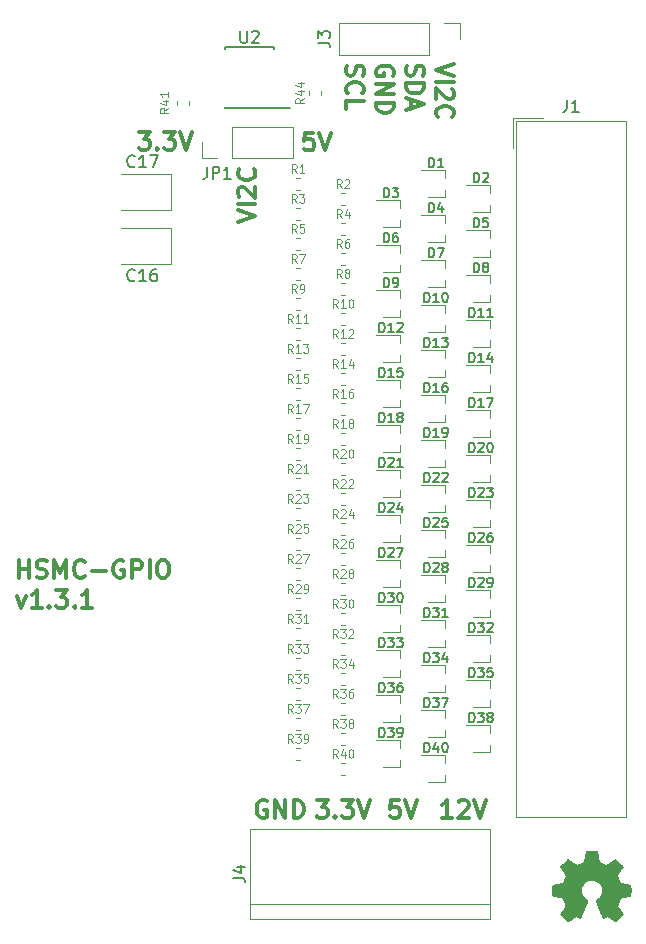
<source format=gbr>
G04 #@! TF.GenerationSoftware,KiCad,Pcbnew,5.0.0*
G04 #@! TF.CreationDate,2018-10-15T07:19:38-07:00*
G04 #@! TF.ProjectId,HSMC-GPIO-kicad,48534D432D4750494F2D6B696361642E,rev?*
G04 #@! TF.SameCoordinates,Original*
G04 #@! TF.FileFunction,Legend,Top*
G04 #@! TF.FilePolarity,Positive*
%FSLAX46Y46*%
G04 Gerber Fmt 4.6, Leading zero omitted, Abs format (unit mm)*
G04 Created by KiCad (PCBNEW 5.0.0) date Mon Oct 15 07:19:38 2018*
%MOMM*%
%LPD*%
G01*
G04 APERTURE LIST*
%ADD10C,0.300000*%
%ADD11C,0.010000*%
%ADD12C,0.120000*%
%ADD13C,0.150000*%
G04 APERTURE END LIST*
D10*
X36366142Y-73571571D02*
X36366142Y-72071571D01*
X36366142Y-72785857D02*
X37223285Y-72785857D01*
X37223285Y-73571571D02*
X37223285Y-72071571D01*
X37866142Y-73500142D02*
X38080428Y-73571571D01*
X38437571Y-73571571D01*
X38580428Y-73500142D01*
X38651857Y-73428714D01*
X38723285Y-73285857D01*
X38723285Y-73143000D01*
X38651857Y-73000142D01*
X38580428Y-72928714D01*
X38437571Y-72857285D01*
X38151857Y-72785857D01*
X38009000Y-72714428D01*
X37937571Y-72643000D01*
X37866142Y-72500142D01*
X37866142Y-72357285D01*
X37937571Y-72214428D01*
X38009000Y-72143000D01*
X38151857Y-72071571D01*
X38509000Y-72071571D01*
X38723285Y-72143000D01*
X39366142Y-73571571D02*
X39366142Y-72071571D01*
X39866142Y-73143000D01*
X40366142Y-72071571D01*
X40366142Y-73571571D01*
X41937571Y-73428714D02*
X41866142Y-73500142D01*
X41651857Y-73571571D01*
X41509000Y-73571571D01*
X41294714Y-73500142D01*
X41151857Y-73357285D01*
X41080428Y-73214428D01*
X41009000Y-72928714D01*
X41009000Y-72714428D01*
X41080428Y-72428714D01*
X41151857Y-72285857D01*
X41294714Y-72143000D01*
X41509000Y-72071571D01*
X41651857Y-72071571D01*
X41866142Y-72143000D01*
X41937571Y-72214428D01*
X42580428Y-73000142D02*
X43723285Y-73000142D01*
X45223285Y-72143000D02*
X45080428Y-72071571D01*
X44866142Y-72071571D01*
X44651857Y-72143000D01*
X44509000Y-72285857D01*
X44437571Y-72428714D01*
X44366142Y-72714428D01*
X44366142Y-72928714D01*
X44437571Y-73214428D01*
X44509000Y-73357285D01*
X44651857Y-73500142D01*
X44866142Y-73571571D01*
X45009000Y-73571571D01*
X45223285Y-73500142D01*
X45294714Y-73428714D01*
X45294714Y-72928714D01*
X45009000Y-72928714D01*
X45937571Y-73571571D02*
X45937571Y-72071571D01*
X46509000Y-72071571D01*
X46651857Y-72143000D01*
X46723285Y-72214428D01*
X46794714Y-72357285D01*
X46794714Y-72571571D01*
X46723285Y-72714428D01*
X46651857Y-72785857D01*
X46509000Y-72857285D01*
X45937571Y-72857285D01*
X47437571Y-73571571D02*
X47437571Y-72071571D01*
X48437571Y-72071571D02*
X48723285Y-72071571D01*
X48866142Y-72143000D01*
X49009000Y-72285857D01*
X49080428Y-72571571D01*
X49080428Y-73071571D01*
X49009000Y-73357285D01*
X48866142Y-73500142D01*
X48723285Y-73571571D01*
X48437571Y-73571571D01*
X48294714Y-73500142D01*
X48151857Y-73357285D01*
X48080428Y-73071571D01*
X48080428Y-72571571D01*
X48151857Y-72285857D01*
X48294714Y-72143000D01*
X48437571Y-72071571D01*
X36223285Y-75121571D02*
X36580428Y-76121571D01*
X36937571Y-75121571D01*
X38294714Y-76121571D02*
X37437571Y-76121571D01*
X37866142Y-76121571D02*
X37866142Y-74621571D01*
X37723285Y-74835857D01*
X37580428Y-74978714D01*
X37437571Y-75050142D01*
X38937571Y-75978714D02*
X39009000Y-76050142D01*
X38937571Y-76121571D01*
X38866142Y-76050142D01*
X38937571Y-75978714D01*
X38937571Y-76121571D01*
X39509000Y-74621571D02*
X40437571Y-74621571D01*
X39937571Y-75193000D01*
X40151857Y-75193000D01*
X40294714Y-75264428D01*
X40366142Y-75335857D01*
X40437571Y-75478714D01*
X40437571Y-75835857D01*
X40366142Y-75978714D01*
X40294714Y-76050142D01*
X40151857Y-76121571D01*
X39723285Y-76121571D01*
X39580428Y-76050142D01*
X39509000Y-75978714D01*
X41080428Y-75978714D02*
X41151857Y-76050142D01*
X41080428Y-76121571D01*
X41009000Y-76050142D01*
X41080428Y-75978714D01*
X41080428Y-76121571D01*
X42580428Y-76121571D02*
X41723285Y-76121571D01*
X42151857Y-76121571D02*
X42151857Y-74621571D01*
X42009000Y-74835857D01*
X41866142Y-74978714D01*
X41723285Y-75050142D01*
X57346852Y-92471178D02*
X57203995Y-92399749D01*
X56989710Y-92399749D01*
X56775424Y-92471178D01*
X56632567Y-92614035D01*
X56561138Y-92756892D01*
X56489710Y-93042606D01*
X56489710Y-93256892D01*
X56561138Y-93542606D01*
X56632567Y-93685463D01*
X56775424Y-93828320D01*
X56989710Y-93899749D01*
X57132567Y-93899749D01*
X57346852Y-93828320D01*
X57418281Y-93756892D01*
X57418281Y-93256892D01*
X57132567Y-93256892D01*
X58061138Y-93899749D02*
X58061138Y-92399749D01*
X58918281Y-93899749D01*
X58918281Y-92399749D01*
X59632567Y-93899749D02*
X59632567Y-92399749D01*
X59989710Y-92399749D01*
X60203995Y-92471178D01*
X60346852Y-92614035D01*
X60418281Y-92756892D01*
X60489710Y-93042606D01*
X60489710Y-93256892D01*
X60418281Y-93542606D01*
X60346852Y-93685463D01*
X60203995Y-93828320D01*
X59989710Y-93899749D01*
X59632567Y-93899749D01*
X73026154Y-93899749D02*
X72169011Y-93899749D01*
X72597583Y-93899749D02*
X72597583Y-92399749D01*
X72454726Y-92614035D01*
X72311868Y-92756892D01*
X72169011Y-92828320D01*
X73597583Y-92542606D02*
X73669011Y-92471178D01*
X73811868Y-92399749D01*
X74169011Y-92399749D01*
X74311868Y-92471178D01*
X74383297Y-92542606D01*
X74454726Y-92685463D01*
X74454726Y-92828320D01*
X74383297Y-93042606D01*
X73526154Y-93899749D01*
X74454726Y-93899749D01*
X74883297Y-92399749D02*
X75383297Y-93899749D01*
X75883297Y-92399749D01*
X68589011Y-92399749D02*
X67874726Y-92399749D01*
X67803297Y-93114035D01*
X67874726Y-93042606D01*
X68017583Y-92971178D01*
X68374726Y-92971178D01*
X68517583Y-93042606D01*
X68589011Y-93114035D01*
X68660440Y-93256892D01*
X68660440Y-93614035D01*
X68589011Y-93756892D01*
X68517583Y-93828320D01*
X68374726Y-93899749D01*
X68017583Y-93899749D01*
X67874726Y-93828320D01*
X67803297Y-93756892D01*
X69089011Y-92399749D02*
X69589011Y-93899749D01*
X70089011Y-92399749D01*
X61580440Y-92399749D02*
X62509011Y-92399749D01*
X62009011Y-92971178D01*
X62223297Y-92971178D01*
X62366154Y-93042606D01*
X62437583Y-93114035D01*
X62509011Y-93256892D01*
X62509011Y-93614035D01*
X62437583Y-93756892D01*
X62366154Y-93828320D01*
X62223297Y-93899749D01*
X61794726Y-93899749D01*
X61651868Y-93828320D01*
X61580440Y-93756892D01*
X63151868Y-93756892D02*
X63223297Y-93828320D01*
X63151868Y-93899749D01*
X63080440Y-93828320D01*
X63151868Y-93756892D01*
X63151868Y-93899749D01*
X63723297Y-92399749D02*
X64651868Y-92399749D01*
X64151868Y-92971178D01*
X64366154Y-92971178D01*
X64509011Y-93042606D01*
X64580440Y-93114035D01*
X64651868Y-93256892D01*
X64651868Y-93614035D01*
X64580440Y-93756892D01*
X64509011Y-93828320D01*
X64366154Y-93899749D01*
X63937583Y-93899749D01*
X63794726Y-93828320D01*
X63723297Y-93756892D01*
X65080440Y-92399749D02*
X65580440Y-93899749D01*
X66080440Y-92399749D01*
X54898571Y-43461714D02*
X56398571Y-42961714D01*
X54898571Y-42461714D01*
X56398571Y-41961714D02*
X54898571Y-41961714D01*
X55041428Y-41318857D02*
X54970000Y-41247428D01*
X54898571Y-41104571D01*
X54898571Y-40747428D01*
X54970000Y-40604571D01*
X55041428Y-40533142D01*
X55184285Y-40461714D01*
X55327142Y-40461714D01*
X55541428Y-40533142D01*
X56398571Y-41390285D01*
X56398571Y-40461714D01*
X56255714Y-38961714D02*
X56327142Y-39033142D01*
X56398571Y-39247428D01*
X56398571Y-39390285D01*
X56327142Y-39604571D01*
X56184285Y-39747428D01*
X56041428Y-39818857D01*
X55755714Y-39890285D01*
X55541428Y-39890285D01*
X55255714Y-39818857D01*
X55112857Y-39747428D01*
X54970000Y-39604571D01*
X54898571Y-39390285D01*
X54898571Y-39247428D01*
X54970000Y-39033142D01*
X55041428Y-38961714D01*
X61304428Y-35881571D02*
X60590142Y-35881571D01*
X60518714Y-36595857D01*
X60590142Y-36524428D01*
X60733000Y-36453000D01*
X61090142Y-36453000D01*
X61233000Y-36524428D01*
X61304428Y-36595857D01*
X61375857Y-36738714D01*
X61375857Y-37095857D01*
X61304428Y-37238714D01*
X61233000Y-37310142D01*
X61090142Y-37381571D01*
X60733000Y-37381571D01*
X60590142Y-37310142D01*
X60518714Y-37238714D01*
X61804428Y-35881571D02*
X62304428Y-37381571D01*
X62804428Y-35881571D01*
X46523852Y-35832771D02*
X47452424Y-35832771D01*
X46952424Y-36404200D01*
X47166710Y-36404200D01*
X47309567Y-36475628D01*
X47380995Y-36547057D01*
X47452424Y-36689914D01*
X47452424Y-37047057D01*
X47380995Y-37189914D01*
X47309567Y-37261342D01*
X47166710Y-37332771D01*
X46738138Y-37332771D01*
X46595281Y-37261342D01*
X46523852Y-37189914D01*
X48095281Y-37189914D02*
X48166710Y-37261342D01*
X48095281Y-37332771D01*
X48023852Y-37261342D01*
X48095281Y-37189914D01*
X48095281Y-37332771D01*
X48666710Y-35832771D02*
X49595281Y-35832771D01*
X49095281Y-36404200D01*
X49309567Y-36404200D01*
X49452424Y-36475628D01*
X49523852Y-36547057D01*
X49595281Y-36689914D01*
X49595281Y-37047057D01*
X49523852Y-37189914D01*
X49452424Y-37261342D01*
X49309567Y-37332771D01*
X48880995Y-37332771D01*
X48738138Y-37261342D01*
X48666710Y-37189914D01*
X50023852Y-35832771D02*
X50523852Y-37332771D01*
X51023852Y-35832771D01*
X73211428Y-30055857D02*
X71711428Y-30555857D01*
X73211428Y-31055857D01*
X71711428Y-31555857D02*
X73211428Y-31555857D01*
X73068571Y-32198714D02*
X73140000Y-32270142D01*
X73211428Y-32413000D01*
X73211428Y-32770142D01*
X73140000Y-32913000D01*
X73068571Y-32984428D01*
X72925714Y-33055857D01*
X72782857Y-33055857D01*
X72568571Y-32984428D01*
X71711428Y-32127285D01*
X71711428Y-33055857D01*
X71854285Y-34555857D02*
X71782857Y-34484428D01*
X71711428Y-34270142D01*
X71711428Y-34127285D01*
X71782857Y-33913000D01*
X71925714Y-33770142D01*
X72068571Y-33698714D01*
X72354285Y-33627285D01*
X72568571Y-33627285D01*
X72854285Y-33698714D01*
X72997142Y-33770142D01*
X73140000Y-33913000D01*
X73211428Y-34127285D01*
X73211428Y-34270142D01*
X73140000Y-34484428D01*
X73068571Y-34555857D01*
X68060000Y-31055857D02*
X68131428Y-30913000D01*
X68131428Y-30698714D01*
X68060000Y-30484428D01*
X67917142Y-30341571D01*
X67774285Y-30270142D01*
X67488571Y-30198714D01*
X67274285Y-30198714D01*
X66988571Y-30270142D01*
X66845714Y-30341571D01*
X66702857Y-30484428D01*
X66631428Y-30698714D01*
X66631428Y-30841571D01*
X66702857Y-31055857D01*
X66774285Y-31127285D01*
X67274285Y-31127285D01*
X67274285Y-30841571D01*
X66631428Y-31770142D02*
X68131428Y-31770142D01*
X66631428Y-32627285D01*
X68131428Y-32627285D01*
X66631428Y-33341571D02*
X68131428Y-33341571D01*
X68131428Y-33698714D01*
X68060000Y-33913000D01*
X67917142Y-34055857D01*
X67774285Y-34127285D01*
X67488571Y-34198714D01*
X67274285Y-34198714D01*
X66988571Y-34127285D01*
X66845714Y-34055857D01*
X66702857Y-33913000D01*
X66631428Y-33698714D01*
X66631428Y-33341571D01*
X69242857Y-30198714D02*
X69171428Y-30413000D01*
X69171428Y-30770142D01*
X69242857Y-30913000D01*
X69314285Y-30984428D01*
X69457142Y-31055857D01*
X69600000Y-31055857D01*
X69742857Y-30984428D01*
X69814285Y-30913000D01*
X69885714Y-30770142D01*
X69957142Y-30484428D01*
X70028571Y-30341571D01*
X70100000Y-30270142D01*
X70242857Y-30198714D01*
X70385714Y-30198714D01*
X70528571Y-30270142D01*
X70600000Y-30341571D01*
X70671428Y-30484428D01*
X70671428Y-30841571D01*
X70600000Y-31055857D01*
X69171428Y-31698714D02*
X70671428Y-31698714D01*
X70671428Y-32055857D01*
X70600000Y-32270142D01*
X70457142Y-32413000D01*
X70314285Y-32484428D01*
X70028571Y-32555857D01*
X69814285Y-32555857D01*
X69528571Y-32484428D01*
X69385714Y-32413000D01*
X69242857Y-32270142D01*
X69171428Y-32055857D01*
X69171428Y-31698714D01*
X69600000Y-33127285D02*
X69600000Y-33841571D01*
X69171428Y-32984428D02*
X70671428Y-33484428D01*
X69171428Y-33984428D01*
X64162857Y-30198714D02*
X64091428Y-30413000D01*
X64091428Y-30770142D01*
X64162857Y-30913000D01*
X64234285Y-30984428D01*
X64377142Y-31055857D01*
X64520000Y-31055857D01*
X64662857Y-30984428D01*
X64734285Y-30913000D01*
X64805714Y-30770142D01*
X64877142Y-30484428D01*
X64948571Y-30341571D01*
X65020000Y-30270142D01*
X65162857Y-30198714D01*
X65305714Y-30198714D01*
X65448571Y-30270142D01*
X65520000Y-30341571D01*
X65591428Y-30484428D01*
X65591428Y-30841571D01*
X65520000Y-31055857D01*
X64234285Y-32555857D02*
X64162857Y-32484428D01*
X64091428Y-32270142D01*
X64091428Y-32127285D01*
X64162857Y-31913000D01*
X64305714Y-31770142D01*
X64448571Y-31698714D01*
X64734285Y-31627285D01*
X64948571Y-31627285D01*
X65234285Y-31698714D01*
X65377142Y-31770142D01*
X65520000Y-31913000D01*
X65591428Y-32127285D01*
X65591428Y-32270142D01*
X65520000Y-32484428D01*
X65448571Y-32555857D01*
X64091428Y-33913000D02*
X64091428Y-33198714D01*
X65591428Y-33198714D01*
D11*
G04 #@! TO.C,LOGO1*
G36*
X85391814Y-97189331D02*
X85475635Y-97633955D01*
X85784920Y-97761453D01*
X86094206Y-97888951D01*
X86465246Y-97636646D01*
X86569157Y-97566396D01*
X86663087Y-97503672D01*
X86742652Y-97451338D01*
X86803470Y-97412257D01*
X86841157Y-97389293D01*
X86851421Y-97384342D01*
X86869910Y-97397076D01*
X86909420Y-97432282D01*
X86965522Y-97485462D01*
X87033787Y-97552118D01*
X87109786Y-97627754D01*
X87189092Y-97707872D01*
X87267275Y-97787974D01*
X87339907Y-97863564D01*
X87402559Y-97930145D01*
X87450803Y-97983218D01*
X87480210Y-98018287D01*
X87487241Y-98030023D01*
X87477123Y-98051660D01*
X87448759Y-98099062D01*
X87405129Y-98167593D01*
X87349218Y-98252615D01*
X87284006Y-98349493D01*
X87246219Y-98404750D01*
X87177343Y-98505648D01*
X87116140Y-98596699D01*
X87065578Y-98673370D01*
X87028628Y-98731128D01*
X87008258Y-98765443D01*
X87005197Y-98772654D01*
X87012136Y-98793148D01*
X87031051Y-98840913D01*
X87059087Y-98909232D01*
X87093391Y-98991389D01*
X87131109Y-99080670D01*
X87169387Y-99170358D01*
X87205370Y-99253738D01*
X87236206Y-99324094D01*
X87259039Y-99374710D01*
X87271017Y-99398871D01*
X87271724Y-99399822D01*
X87290531Y-99404436D01*
X87340618Y-99414728D01*
X87416793Y-99429687D01*
X87513865Y-99448301D01*
X87626643Y-99469559D01*
X87692442Y-99481818D01*
X87812950Y-99504762D01*
X87921797Y-99526595D01*
X88013476Y-99546122D01*
X88082481Y-99562148D01*
X88123304Y-99573479D01*
X88131511Y-99577074D01*
X88139548Y-99601406D01*
X88146033Y-99656359D01*
X88150970Y-99735508D01*
X88154364Y-99832426D01*
X88156218Y-99940687D01*
X88156538Y-100053865D01*
X88155327Y-100165535D01*
X88152590Y-100269268D01*
X88148331Y-100358641D01*
X88142555Y-100427226D01*
X88135267Y-100468597D01*
X88130895Y-100477210D01*
X88104764Y-100487533D01*
X88049393Y-100502292D01*
X87972107Y-100519752D01*
X87880230Y-100538180D01*
X87848158Y-100544141D01*
X87693524Y-100572466D01*
X87571375Y-100595276D01*
X87477673Y-100613480D01*
X87408384Y-100627983D01*
X87359471Y-100639692D01*
X87326897Y-100649515D01*
X87306628Y-100658356D01*
X87294626Y-100667124D01*
X87292947Y-100668857D01*
X87276184Y-100696771D01*
X87250614Y-100751095D01*
X87218788Y-100825177D01*
X87183260Y-100912365D01*
X87146583Y-101006008D01*
X87111311Y-101099452D01*
X87079996Y-101186047D01*
X87055193Y-101259140D01*
X87039454Y-101312078D01*
X87035332Y-101338211D01*
X87035676Y-101339126D01*
X87049641Y-101360486D01*
X87081322Y-101407484D01*
X87127391Y-101475227D01*
X87184518Y-101558823D01*
X87249373Y-101653382D01*
X87267843Y-101680254D01*
X87333699Y-101777675D01*
X87391650Y-101866563D01*
X87438538Y-101941812D01*
X87471207Y-101998320D01*
X87486500Y-102030981D01*
X87487241Y-102034993D01*
X87474392Y-102056084D01*
X87438888Y-102097864D01*
X87385293Y-102155845D01*
X87318171Y-102225535D01*
X87242087Y-102302445D01*
X87161604Y-102382083D01*
X87081287Y-102459961D01*
X87005699Y-102531586D01*
X86939405Y-102592470D01*
X86886969Y-102638121D01*
X86852955Y-102664050D01*
X86843545Y-102668283D01*
X86821643Y-102658312D01*
X86776800Y-102631420D01*
X86716321Y-102592136D01*
X86669789Y-102560517D01*
X86585475Y-102502498D01*
X86485626Y-102434184D01*
X86385473Y-102365979D01*
X86331627Y-102329475D01*
X86149371Y-102206200D01*
X85996381Y-102288920D01*
X85926682Y-102325159D01*
X85867414Y-102353326D01*
X85827311Y-102369391D01*
X85817103Y-102371626D01*
X85804829Y-102355122D01*
X85780613Y-102308482D01*
X85746263Y-102236009D01*
X85703588Y-102142006D01*
X85654394Y-102030774D01*
X85600490Y-101906615D01*
X85543684Y-101773832D01*
X85485782Y-101636727D01*
X85428593Y-101499602D01*
X85373924Y-101366758D01*
X85323584Y-101242498D01*
X85279380Y-101131125D01*
X85243119Y-101036939D01*
X85216609Y-100964244D01*
X85201658Y-100917341D01*
X85199254Y-100901233D01*
X85218311Y-100880686D01*
X85260036Y-100847333D01*
X85315706Y-100808102D01*
X85320378Y-100804999D01*
X85464264Y-100689823D01*
X85580283Y-100555453D01*
X85667430Y-100406184D01*
X85724699Y-100246313D01*
X85751086Y-100080137D01*
X85745585Y-99911952D01*
X85707190Y-99746055D01*
X85634895Y-99586742D01*
X85613626Y-99551887D01*
X85502996Y-99411137D01*
X85372302Y-99298114D01*
X85226064Y-99213403D01*
X85068808Y-99157594D01*
X84905057Y-99131274D01*
X84739333Y-99135030D01*
X84576162Y-99169450D01*
X84420065Y-99235123D01*
X84275567Y-99332635D01*
X84230869Y-99372213D01*
X84117112Y-99496103D01*
X84034218Y-99626524D01*
X83977356Y-99772715D01*
X83945687Y-99917488D01*
X83937869Y-100080260D01*
X83963938Y-100243840D01*
X84021245Y-100402698D01*
X84107144Y-100551306D01*
X84218986Y-100684135D01*
X84354123Y-100795656D01*
X84371883Y-100807411D01*
X84428150Y-100845908D01*
X84470923Y-100879263D01*
X84491372Y-100900560D01*
X84491669Y-100901233D01*
X84487279Y-100924271D01*
X84469876Y-100976557D01*
X84441268Y-101053790D01*
X84403265Y-101151668D01*
X84357674Y-101265891D01*
X84306303Y-101392158D01*
X84250962Y-101526167D01*
X84193458Y-101663618D01*
X84135601Y-101800208D01*
X84079198Y-101931637D01*
X84026058Y-102053605D01*
X83977990Y-102161809D01*
X83936801Y-102251949D01*
X83904301Y-102319723D01*
X83882297Y-102360830D01*
X83873436Y-102371626D01*
X83846360Y-102363219D01*
X83795697Y-102340672D01*
X83730183Y-102308013D01*
X83694159Y-102288920D01*
X83541168Y-102206200D01*
X83358912Y-102329475D01*
X83265875Y-102392628D01*
X83164015Y-102462127D01*
X83068562Y-102527565D01*
X83020750Y-102560517D01*
X82953505Y-102605673D01*
X82896564Y-102641457D01*
X82857354Y-102663338D01*
X82844619Y-102667963D01*
X82826083Y-102655485D01*
X82785059Y-102620652D01*
X82725525Y-102567078D01*
X82651458Y-102498383D01*
X82566835Y-102418181D01*
X82513315Y-102366686D01*
X82419681Y-102274686D01*
X82338759Y-102192399D01*
X82273823Y-102123345D01*
X82228142Y-102071044D01*
X82204989Y-102039016D01*
X82202768Y-102032516D01*
X82213076Y-102007794D01*
X82241561Y-101957805D01*
X82285063Y-101887612D01*
X82340423Y-101802275D01*
X82404480Y-101706856D01*
X82422697Y-101680254D01*
X82489073Y-101583567D01*
X82548622Y-101496517D01*
X82598016Y-101423995D01*
X82633925Y-101370893D01*
X82653019Y-101342103D01*
X82654864Y-101339126D01*
X82652105Y-101316182D01*
X82637462Y-101265736D01*
X82613487Y-101194441D01*
X82582734Y-101108947D01*
X82547756Y-101015907D01*
X82511107Y-100921974D01*
X82475339Y-100833799D01*
X82443006Y-100758034D01*
X82416662Y-100701331D01*
X82398858Y-100670343D01*
X82397593Y-100668857D01*
X82386706Y-100660001D01*
X82368318Y-100651243D01*
X82338394Y-100641677D01*
X82292897Y-100630396D01*
X82227791Y-100616493D01*
X82139039Y-100599063D01*
X82022607Y-100577198D01*
X81874458Y-100549991D01*
X81842382Y-100544141D01*
X81747314Y-100525774D01*
X81664435Y-100507805D01*
X81601070Y-100491969D01*
X81564542Y-100480000D01*
X81559644Y-100477210D01*
X81551573Y-100452472D01*
X81545013Y-100397190D01*
X81539967Y-100317789D01*
X81536441Y-100220696D01*
X81534439Y-100112338D01*
X81533964Y-99999140D01*
X81535023Y-99887528D01*
X81537618Y-99783929D01*
X81541754Y-99694768D01*
X81547437Y-99626472D01*
X81554669Y-99585466D01*
X81559029Y-99577074D01*
X81583302Y-99568608D01*
X81638574Y-99554835D01*
X81719338Y-99536950D01*
X81820088Y-99516148D01*
X81935317Y-99493623D01*
X81998098Y-99481818D01*
X82117213Y-99459551D01*
X82223435Y-99439379D01*
X82311573Y-99422315D01*
X82376434Y-99409369D01*
X82412826Y-99401555D01*
X82418816Y-99399822D01*
X82428939Y-99380290D01*
X82450338Y-99333243D01*
X82480161Y-99265403D01*
X82515555Y-99183491D01*
X82553668Y-99094228D01*
X82591647Y-99004335D01*
X82626640Y-98920535D01*
X82655794Y-98849547D01*
X82676257Y-98798094D01*
X82685177Y-98772897D01*
X82685343Y-98771796D01*
X82675231Y-98751919D01*
X82646883Y-98706177D01*
X82603277Y-98639117D01*
X82547394Y-98555284D01*
X82482213Y-98459226D01*
X82444321Y-98404050D01*
X82375275Y-98302881D01*
X82313950Y-98211030D01*
X82263337Y-98133144D01*
X82226429Y-98073869D01*
X82206218Y-98037851D01*
X82203299Y-98029777D01*
X82215847Y-98010984D01*
X82250537Y-97970857D01*
X82302937Y-97913893D01*
X82368616Y-97844585D01*
X82443144Y-97767431D01*
X82522087Y-97686925D01*
X82601017Y-97607563D01*
X82675500Y-97533840D01*
X82741106Y-97470252D01*
X82793404Y-97421294D01*
X82827961Y-97391461D01*
X82839522Y-97384342D01*
X82858346Y-97394353D01*
X82903369Y-97422478D01*
X82970213Y-97465854D01*
X83054501Y-97521618D01*
X83151856Y-97586906D01*
X83225293Y-97636646D01*
X83596333Y-97888951D01*
X84214905Y-97633955D01*
X84298725Y-97189331D01*
X84382546Y-96744707D01*
X85307994Y-96744707D01*
X85391814Y-97189331D01*
X85391814Y-97189331D01*
G37*
X85391814Y-97189331D02*
X85475635Y-97633955D01*
X85784920Y-97761453D01*
X86094206Y-97888951D01*
X86465246Y-97636646D01*
X86569157Y-97566396D01*
X86663087Y-97503672D01*
X86742652Y-97451338D01*
X86803470Y-97412257D01*
X86841157Y-97389293D01*
X86851421Y-97384342D01*
X86869910Y-97397076D01*
X86909420Y-97432282D01*
X86965522Y-97485462D01*
X87033787Y-97552118D01*
X87109786Y-97627754D01*
X87189092Y-97707872D01*
X87267275Y-97787974D01*
X87339907Y-97863564D01*
X87402559Y-97930145D01*
X87450803Y-97983218D01*
X87480210Y-98018287D01*
X87487241Y-98030023D01*
X87477123Y-98051660D01*
X87448759Y-98099062D01*
X87405129Y-98167593D01*
X87349218Y-98252615D01*
X87284006Y-98349493D01*
X87246219Y-98404750D01*
X87177343Y-98505648D01*
X87116140Y-98596699D01*
X87065578Y-98673370D01*
X87028628Y-98731128D01*
X87008258Y-98765443D01*
X87005197Y-98772654D01*
X87012136Y-98793148D01*
X87031051Y-98840913D01*
X87059087Y-98909232D01*
X87093391Y-98991389D01*
X87131109Y-99080670D01*
X87169387Y-99170358D01*
X87205370Y-99253738D01*
X87236206Y-99324094D01*
X87259039Y-99374710D01*
X87271017Y-99398871D01*
X87271724Y-99399822D01*
X87290531Y-99404436D01*
X87340618Y-99414728D01*
X87416793Y-99429687D01*
X87513865Y-99448301D01*
X87626643Y-99469559D01*
X87692442Y-99481818D01*
X87812950Y-99504762D01*
X87921797Y-99526595D01*
X88013476Y-99546122D01*
X88082481Y-99562148D01*
X88123304Y-99573479D01*
X88131511Y-99577074D01*
X88139548Y-99601406D01*
X88146033Y-99656359D01*
X88150970Y-99735508D01*
X88154364Y-99832426D01*
X88156218Y-99940687D01*
X88156538Y-100053865D01*
X88155327Y-100165535D01*
X88152590Y-100269268D01*
X88148331Y-100358641D01*
X88142555Y-100427226D01*
X88135267Y-100468597D01*
X88130895Y-100477210D01*
X88104764Y-100487533D01*
X88049393Y-100502292D01*
X87972107Y-100519752D01*
X87880230Y-100538180D01*
X87848158Y-100544141D01*
X87693524Y-100572466D01*
X87571375Y-100595276D01*
X87477673Y-100613480D01*
X87408384Y-100627983D01*
X87359471Y-100639692D01*
X87326897Y-100649515D01*
X87306628Y-100658356D01*
X87294626Y-100667124D01*
X87292947Y-100668857D01*
X87276184Y-100696771D01*
X87250614Y-100751095D01*
X87218788Y-100825177D01*
X87183260Y-100912365D01*
X87146583Y-101006008D01*
X87111311Y-101099452D01*
X87079996Y-101186047D01*
X87055193Y-101259140D01*
X87039454Y-101312078D01*
X87035332Y-101338211D01*
X87035676Y-101339126D01*
X87049641Y-101360486D01*
X87081322Y-101407484D01*
X87127391Y-101475227D01*
X87184518Y-101558823D01*
X87249373Y-101653382D01*
X87267843Y-101680254D01*
X87333699Y-101777675D01*
X87391650Y-101866563D01*
X87438538Y-101941812D01*
X87471207Y-101998320D01*
X87486500Y-102030981D01*
X87487241Y-102034993D01*
X87474392Y-102056084D01*
X87438888Y-102097864D01*
X87385293Y-102155845D01*
X87318171Y-102225535D01*
X87242087Y-102302445D01*
X87161604Y-102382083D01*
X87081287Y-102459961D01*
X87005699Y-102531586D01*
X86939405Y-102592470D01*
X86886969Y-102638121D01*
X86852955Y-102664050D01*
X86843545Y-102668283D01*
X86821643Y-102658312D01*
X86776800Y-102631420D01*
X86716321Y-102592136D01*
X86669789Y-102560517D01*
X86585475Y-102502498D01*
X86485626Y-102434184D01*
X86385473Y-102365979D01*
X86331627Y-102329475D01*
X86149371Y-102206200D01*
X85996381Y-102288920D01*
X85926682Y-102325159D01*
X85867414Y-102353326D01*
X85827311Y-102369391D01*
X85817103Y-102371626D01*
X85804829Y-102355122D01*
X85780613Y-102308482D01*
X85746263Y-102236009D01*
X85703588Y-102142006D01*
X85654394Y-102030774D01*
X85600490Y-101906615D01*
X85543684Y-101773832D01*
X85485782Y-101636727D01*
X85428593Y-101499602D01*
X85373924Y-101366758D01*
X85323584Y-101242498D01*
X85279380Y-101131125D01*
X85243119Y-101036939D01*
X85216609Y-100964244D01*
X85201658Y-100917341D01*
X85199254Y-100901233D01*
X85218311Y-100880686D01*
X85260036Y-100847333D01*
X85315706Y-100808102D01*
X85320378Y-100804999D01*
X85464264Y-100689823D01*
X85580283Y-100555453D01*
X85667430Y-100406184D01*
X85724699Y-100246313D01*
X85751086Y-100080137D01*
X85745585Y-99911952D01*
X85707190Y-99746055D01*
X85634895Y-99586742D01*
X85613626Y-99551887D01*
X85502996Y-99411137D01*
X85372302Y-99298114D01*
X85226064Y-99213403D01*
X85068808Y-99157594D01*
X84905057Y-99131274D01*
X84739333Y-99135030D01*
X84576162Y-99169450D01*
X84420065Y-99235123D01*
X84275567Y-99332635D01*
X84230869Y-99372213D01*
X84117112Y-99496103D01*
X84034218Y-99626524D01*
X83977356Y-99772715D01*
X83945687Y-99917488D01*
X83937869Y-100080260D01*
X83963938Y-100243840D01*
X84021245Y-100402698D01*
X84107144Y-100551306D01*
X84218986Y-100684135D01*
X84354123Y-100795656D01*
X84371883Y-100807411D01*
X84428150Y-100845908D01*
X84470923Y-100879263D01*
X84491372Y-100900560D01*
X84491669Y-100901233D01*
X84487279Y-100924271D01*
X84469876Y-100976557D01*
X84441268Y-101053790D01*
X84403265Y-101151668D01*
X84357674Y-101265891D01*
X84306303Y-101392158D01*
X84250962Y-101526167D01*
X84193458Y-101663618D01*
X84135601Y-101800208D01*
X84079198Y-101931637D01*
X84026058Y-102053605D01*
X83977990Y-102161809D01*
X83936801Y-102251949D01*
X83904301Y-102319723D01*
X83882297Y-102360830D01*
X83873436Y-102371626D01*
X83846360Y-102363219D01*
X83795697Y-102340672D01*
X83730183Y-102308013D01*
X83694159Y-102288920D01*
X83541168Y-102206200D01*
X83358912Y-102329475D01*
X83265875Y-102392628D01*
X83164015Y-102462127D01*
X83068562Y-102527565D01*
X83020750Y-102560517D01*
X82953505Y-102605673D01*
X82896564Y-102641457D01*
X82857354Y-102663338D01*
X82844619Y-102667963D01*
X82826083Y-102655485D01*
X82785059Y-102620652D01*
X82725525Y-102567078D01*
X82651458Y-102498383D01*
X82566835Y-102418181D01*
X82513315Y-102366686D01*
X82419681Y-102274686D01*
X82338759Y-102192399D01*
X82273823Y-102123345D01*
X82228142Y-102071044D01*
X82204989Y-102039016D01*
X82202768Y-102032516D01*
X82213076Y-102007794D01*
X82241561Y-101957805D01*
X82285063Y-101887612D01*
X82340423Y-101802275D01*
X82404480Y-101706856D01*
X82422697Y-101680254D01*
X82489073Y-101583567D01*
X82548622Y-101496517D01*
X82598016Y-101423995D01*
X82633925Y-101370893D01*
X82653019Y-101342103D01*
X82654864Y-101339126D01*
X82652105Y-101316182D01*
X82637462Y-101265736D01*
X82613487Y-101194441D01*
X82582734Y-101108947D01*
X82547756Y-101015907D01*
X82511107Y-100921974D01*
X82475339Y-100833799D01*
X82443006Y-100758034D01*
X82416662Y-100701331D01*
X82398858Y-100670343D01*
X82397593Y-100668857D01*
X82386706Y-100660001D01*
X82368318Y-100651243D01*
X82338394Y-100641677D01*
X82292897Y-100630396D01*
X82227791Y-100616493D01*
X82139039Y-100599063D01*
X82022607Y-100577198D01*
X81874458Y-100549991D01*
X81842382Y-100544141D01*
X81747314Y-100525774D01*
X81664435Y-100507805D01*
X81601070Y-100491969D01*
X81564542Y-100480000D01*
X81559644Y-100477210D01*
X81551573Y-100452472D01*
X81545013Y-100397190D01*
X81539967Y-100317789D01*
X81536441Y-100220696D01*
X81534439Y-100112338D01*
X81533964Y-99999140D01*
X81535023Y-99887528D01*
X81537618Y-99783929D01*
X81541754Y-99694768D01*
X81547437Y-99626472D01*
X81554669Y-99585466D01*
X81559029Y-99577074D01*
X81583302Y-99568608D01*
X81638574Y-99554835D01*
X81719338Y-99536950D01*
X81820088Y-99516148D01*
X81935317Y-99493623D01*
X81998098Y-99481818D01*
X82117213Y-99459551D01*
X82223435Y-99439379D01*
X82311573Y-99422315D01*
X82376434Y-99409369D01*
X82412826Y-99401555D01*
X82418816Y-99399822D01*
X82428939Y-99380290D01*
X82450338Y-99333243D01*
X82480161Y-99265403D01*
X82515555Y-99183491D01*
X82553668Y-99094228D01*
X82591647Y-99004335D01*
X82626640Y-98920535D01*
X82655794Y-98849547D01*
X82676257Y-98798094D01*
X82685177Y-98772897D01*
X82685343Y-98771796D01*
X82675231Y-98751919D01*
X82646883Y-98706177D01*
X82603277Y-98639117D01*
X82547394Y-98555284D01*
X82482213Y-98459226D01*
X82444321Y-98404050D01*
X82375275Y-98302881D01*
X82313950Y-98211030D01*
X82263337Y-98133144D01*
X82226429Y-98073869D01*
X82206218Y-98037851D01*
X82203299Y-98029777D01*
X82215847Y-98010984D01*
X82250537Y-97970857D01*
X82302937Y-97913893D01*
X82368616Y-97844585D01*
X82443144Y-97767431D01*
X82522087Y-97686925D01*
X82601017Y-97607563D01*
X82675500Y-97533840D01*
X82741106Y-97470252D01*
X82793404Y-97421294D01*
X82827961Y-97391461D01*
X82839522Y-97384342D01*
X82858346Y-97394353D01*
X82903369Y-97422478D01*
X82970213Y-97465854D01*
X83054501Y-97521618D01*
X83151856Y-97586906D01*
X83225293Y-97636646D01*
X83596333Y-97888951D01*
X84214905Y-97633955D01*
X84298725Y-97189331D01*
X84382546Y-96744707D01*
X85307994Y-96744707D01*
X85391814Y-97189331D01*
D12*
G04 #@! TO.C,J3*
X73720000Y-26610000D02*
X73720000Y-27940000D01*
X72390000Y-26610000D02*
X73720000Y-26610000D01*
X71120000Y-26610000D02*
X71120000Y-29270000D01*
X71120000Y-29270000D02*
X63440000Y-29270000D01*
X71120000Y-26610000D02*
X63440000Y-26610000D01*
X63440000Y-26610000D02*
X63440000Y-29270000D01*
D13*
G04 #@! TO.C,U2*
X57955000Y-33767000D02*
X59355000Y-33767000D01*
X57955000Y-28667000D02*
X53805000Y-28667000D01*
X57955000Y-33817000D02*
X53805000Y-33817000D01*
X57955000Y-28667000D02*
X57955000Y-28812000D01*
X53805000Y-28667000D02*
X53805000Y-28812000D01*
X53805000Y-33817000D02*
X53805000Y-33672000D01*
X57955000Y-33817000D02*
X57955000Y-33767000D01*
D12*
G04 #@! TO.C,D1*
X71001710Y-41370200D02*
X72411710Y-41370200D01*
X72411710Y-39050200D02*
X70381710Y-39050200D01*
X72411710Y-39050200D02*
X72411710Y-39710200D01*
X72411710Y-40710200D02*
X72411710Y-41370200D01*
G04 #@! TO.C,D2*
X74811710Y-42640200D02*
X76221710Y-42640200D01*
X76221710Y-40320200D02*
X74191710Y-40320200D01*
X76221710Y-40320200D02*
X76221710Y-40980200D01*
X76221710Y-41980200D02*
X76221710Y-42640200D01*
G04 #@! TO.C,J4*
X55949710Y-102440200D02*
X76269710Y-102440200D01*
X55949710Y-94820200D02*
X76269710Y-94820200D01*
X76269710Y-101170200D02*
X55949710Y-101170200D01*
X76269710Y-102440200D02*
X76269710Y-94820200D01*
X55949710Y-94820200D02*
X55949710Y-102440200D01*
G04 #@! TO.C,C16*
X49241500Y-43962000D02*
X45031500Y-43962000D01*
X49241500Y-46982000D02*
X49241500Y-43962000D01*
X45031500Y-46982000D02*
X49241500Y-46982000D01*
G04 #@! TO.C,J1*
X78186710Y-34610200D02*
X80726710Y-34610200D01*
X78186710Y-34610200D02*
X78186710Y-37150200D01*
X78436710Y-34860200D02*
X87786710Y-34860200D01*
X78436710Y-93820200D02*
X78436710Y-34860200D01*
X87786710Y-93820200D02*
X78436710Y-93820200D01*
X87786710Y-34860200D02*
X87786710Y-93820200D01*
G04 #@! TO.C,D15*
X67191710Y-59150200D02*
X68601710Y-59150200D01*
X68601710Y-56830200D02*
X66571710Y-56830200D01*
X68601710Y-56830200D02*
X68601710Y-57490200D01*
X68601710Y-58490200D02*
X68601710Y-59150200D01*
G04 #@! TO.C,D39*
X67191710Y-89630200D02*
X68601710Y-89630200D01*
X68601710Y-87310200D02*
X66571710Y-87310200D01*
X68601710Y-87310200D02*
X68601710Y-87970200D01*
X68601710Y-88970200D02*
X68601710Y-89630200D01*
G04 #@! TO.C,D22*
X71001710Y-68040200D02*
X72411710Y-68040200D01*
X72411710Y-65720200D02*
X70381710Y-65720200D01*
X72411710Y-65720200D02*
X72411710Y-66380200D01*
X72411710Y-67380200D02*
X72411710Y-68040200D01*
G04 #@! TO.C,D10*
X71001710Y-52800200D02*
X72411710Y-52800200D01*
X72411710Y-50480200D02*
X70381710Y-50480200D01*
X72411710Y-50480200D02*
X72411710Y-51140200D01*
X72411710Y-52140200D02*
X72411710Y-52800200D01*
G04 #@! TO.C,D14*
X74811710Y-57880200D02*
X76221710Y-57880200D01*
X76221710Y-55560200D02*
X74191710Y-55560200D01*
X76221710Y-55560200D02*
X76221710Y-56220200D01*
X76221710Y-57220200D02*
X76221710Y-57880200D01*
G04 #@! TO.C,D30*
X67191710Y-78200200D02*
X68601710Y-78200200D01*
X68601710Y-75880200D02*
X66571710Y-75880200D01*
X68601710Y-75880200D02*
X68601710Y-76540200D01*
X68601710Y-77540200D02*
X68601710Y-78200200D01*
G04 #@! TO.C,D7*
X71001710Y-48990200D02*
X72411710Y-48990200D01*
X72411710Y-46670200D02*
X70381710Y-46670200D01*
X72411710Y-46670200D02*
X72411710Y-47330200D01*
X72411710Y-48330200D02*
X72411710Y-48990200D01*
G04 #@! TO.C,D23*
X74811710Y-69310200D02*
X76221710Y-69310200D01*
X76221710Y-66990200D02*
X74191710Y-66990200D01*
X76221710Y-66990200D02*
X76221710Y-67650200D01*
X76221710Y-68650200D02*
X76221710Y-69310200D01*
G04 #@! TO.C,D34*
X71001710Y-83280200D02*
X72411710Y-83280200D01*
X72411710Y-80960200D02*
X70381710Y-80960200D01*
X72411710Y-80960200D02*
X72411710Y-81620200D01*
X72411710Y-82620200D02*
X72411710Y-83280200D01*
G04 #@! TO.C,D26*
X74811710Y-73120200D02*
X76221710Y-73120200D01*
X76221710Y-70800200D02*
X74191710Y-70800200D01*
X76221710Y-70800200D02*
X76221710Y-71460200D01*
X76221710Y-72460200D02*
X76221710Y-73120200D01*
G04 #@! TO.C,D35*
X76221710Y-83890200D02*
X76221710Y-84550200D01*
X76221710Y-82230200D02*
X76221710Y-82890200D01*
X76221710Y-82230200D02*
X74191710Y-82230200D01*
X74811710Y-84550200D02*
X76221710Y-84550200D01*
G04 #@! TO.C,D31*
X71001710Y-79470200D02*
X72411710Y-79470200D01*
X72411710Y-77150200D02*
X70381710Y-77150200D01*
X72411710Y-77150200D02*
X72411710Y-77810200D01*
X72411710Y-78810200D02*
X72411710Y-79470200D01*
G04 #@! TO.C,D19*
X71001710Y-64230200D02*
X72411710Y-64230200D01*
X72411710Y-61910200D02*
X70381710Y-61910200D01*
X72411710Y-61910200D02*
X72411710Y-62570200D01*
X72411710Y-63570200D02*
X72411710Y-64230200D01*
G04 #@! TO.C,D11*
X74811710Y-54070200D02*
X76221710Y-54070200D01*
X76221710Y-51750200D02*
X74191710Y-51750200D01*
X76221710Y-51750200D02*
X76221710Y-52410200D01*
X76221710Y-53410200D02*
X76221710Y-54070200D01*
G04 #@! TO.C,D6*
X68601710Y-47060200D02*
X68601710Y-47720200D01*
X68601710Y-45400200D02*
X68601710Y-46060200D01*
X68601710Y-45400200D02*
X66571710Y-45400200D01*
X67191710Y-47720200D02*
X68601710Y-47720200D01*
G04 #@! TO.C,D3*
X67191710Y-43910200D02*
X68601710Y-43910200D01*
X68601710Y-41590200D02*
X66571710Y-41590200D01*
X68601710Y-41590200D02*
X68601710Y-42250200D01*
X68601710Y-43250200D02*
X68601710Y-43910200D01*
G04 #@! TO.C,D27*
X67191710Y-74390200D02*
X68601710Y-74390200D01*
X68601710Y-72070200D02*
X66571710Y-72070200D01*
X68601710Y-72070200D02*
X68601710Y-72730200D01*
X68601710Y-73730200D02*
X68601710Y-74390200D01*
G04 #@! TO.C,D38*
X74811710Y-88360200D02*
X76221710Y-88360200D01*
X76221710Y-86040200D02*
X74191710Y-86040200D01*
X76221710Y-86040200D02*
X76221710Y-86700200D01*
X76221710Y-87700200D02*
X76221710Y-88360200D01*
G04 #@! TO.C,D18*
X67191710Y-62960200D02*
X68601710Y-62960200D01*
X68601710Y-60640200D02*
X66571710Y-60640200D01*
X68601710Y-60640200D02*
X68601710Y-61300200D01*
X68601710Y-62300200D02*
X68601710Y-62960200D01*
G04 #@! TO.C,D29*
X74811710Y-76930200D02*
X76221710Y-76930200D01*
X76221710Y-74610200D02*
X74191710Y-74610200D01*
X76221710Y-74610200D02*
X76221710Y-75270200D01*
X76221710Y-76270200D02*
X76221710Y-76930200D01*
G04 #@! TO.C,D40*
X71001710Y-90900200D02*
X72411710Y-90900200D01*
X72411710Y-88580200D02*
X70381710Y-88580200D01*
X72411710Y-88580200D02*
X72411710Y-89240200D01*
X72411710Y-90240200D02*
X72411710Y-90900200D01*
G04 #@! TO.C,D37*
X71001710Y-87090200D02*
X72411710Y-87090200D01*
X72411710Y-84770200D02*
X70381710Y-84770200D01*
X72411710Y-84770200D02*
X72411710Y-85430200D01*
X72411710Y-86430200D02*
X72411710Y-87090200D01*
G04 #@! TO.C,D25*
X71001710Y-71850200D02*
X72411710Y-71850200D01*
X72411710Y-69530200D02*
X70381710Y-69530200D01*
X72411710Y-69530200D02*
X72411710Y-70190200D01*
X72411710Y-71190200D02*
X72411710Y-71850200D01*
G04 #@! TO.C,D36*
X67191710Y-85820200D02*
X68601710Y-85820200D01*
X68601710Y-83500200D02*
X66571710Y-83500200D01*
X68601710Y-83500200D02*
X68601710Y-84160200D01*
X68601710Y-85160200D02*
X68601710Y-85820200D01*
G04 #@! TO.C,D16*
X71001710Y-60420200D02*
X72411710Y-60420200D01*
X72411710Y-58100200D02*
X70381710Y-58100200D01*
X72411710Y-58100200D02*
X72411710Y-58760200D01*
X72411710Y-59760200D02*
X72411710Y-60420200D01*
G04 #@! TO.C,D28*
X71001710Y-75660200D02*
X72411710Y-75660200D01*
X72411710Y-73340200D02*
X70381710Y-73340200D01*
X72411710Y-73340200D02*
X72411710Y-74000200D01*
X72411710Y-75000200D02*
X72411710Y-75660200D01*
G04 #@! TO.C,D24*
X67191710Y-70580200D02*
X68601710Y-70580200D01*
X68601710Y-68260200D02*
X66571710Y-68260200D01*
X68601710Y-68260200D02*
X68601710Y-68920200D01*
X68601710Y-69920200D02*
X68601710Y-70580200D01*
G04 #@! TO.C,D21*
X67191710Y-66770200D02*
X68601710Y-66770200D01*
X68601710Y-64450200D02*
X66571710Y-64450200D01*
X68601710Y-64450200D02*
X68601710Y-65110200D01*
X68601710Y-66110200D02*
X68601710Y-66770200D01*
G04 #@! TO.C,D20*
X74811710Y-65500200D02*
X76221710Y-65500200D01*
X76221710Y-63180200D02*
X74191710Y-63180200D01*
X76221710Y-63180200D02*
X76221710Y-63840200D01*
X76221710Y-64840200D02*
X76221710Y-65500200D01*
G04 #@! TO.C,D13*
X71001710Y-56610200D02*
X72411710Y-56610200D01*
X72411710Y-54290200D02*
X70381710Y-54290200D01*
X72411710Y-54290200D02*
X72411710Y-54950200D01*
X72411710Y-55950200D02*
X72411710Y-56610200D01*
G04 #@! TO.C,D17*
X74811710Y-61690200D02*
X76221710Y-61690200D01*
X76221710Y-59370200D02*
X74191710Y-59370200D01*
X76221710Y-59370200D02*
X76221710Y-60030200D01*
X76221710Y-61030200D02*
X76221710Y-61690200D01*
G04 #@! TO.C,D32*
X74811710Y-80740200D02*
X76221710Y-80740200D01*
X76221710Y-78420200D02*
X74191710Y-78420200D01*
X76221710Y-78420200D02*
X76221710Y-79080200D01*
X76221710Y-80080200D02*
X76221710Y-80740200D01*
G04 #@! TO.C,D5*
X74811710Y-46450200D02*
X76221710Y-46450200D01*
X76221710Y-44130200D02*
X74191710Y-44130200D01*
X76221710Y-44130200D02*
X76221710Y-44790200D01*
X76221710Y-45790200D02*
X76221710Y-46450200D01*
G04 #@! TO.C,D12*
X67191710Y-55340200D02*
X68601710Y-55340200D01*
X68601710Y-53020200D02*
X66571710Y-53020200D01*
X68601710Y-53020200D02*
X68601710Y-53680200D01*
X68601710Y-54680200D02*
X68601710Y-55340200D01*
G04 #@! TO.C,D9*
X67191710Y-51530200D02*
X68601710Y-51530200D01*
X68601710Y-49210200D02*
X66571710Y-49210200D01*
X68601710Y-49210200D02*
X68601710Y-49870200D01*
X68601710Y-50870200D02*
X68601710Y-51530200D01*
G04 #@! TO.C,D8*
X74811710Y-50260200D02*
X76221710Y-50260200D01*
X76221710Y-47940200D02*
X74191710Y-47940200D01*
X76221710Y-47940200D02*
X76221710Y-48600200D01*
X76221710Y-49600200D02*
X76221710Y-50260200D01*
G04 #@! TO.C,D33*
X67191710Y-82010200D02*
X68601710Y-82010200D01*
X68601710Y-79690200D02*
X66571710Y-79690200D01*
X68601710Y-79690200D02*
X68601710Y-80350200D01*
X68601710Y-81350200D02*
X68601710Y-82010200D01*
G04 #@! TO.C,D4*
X72411710Y-44520200D02*
X72411710Y-45180200D01*
X72411710Y-42860200D02*
X72411710Y-43520200D01*
X72411710Y-42860200D02*
X70381710Y-42860200D01*
X71001710Y-45180200D02*
X72411710Y-45180200D01*
G04 #@! TO.C,R41*
X50744710Y-33514979D02*
X50744710Y-33189421D01*
X49724710Y-33514979D02*
X49724710Y-33189421D01*
G04 #@! TO.C,R44*
X61920710Y-32684279D02*
X61920710Y-32358721D01*
X60900710Y-32684279D02*
X60900710Y-32358721D01*
G04 #@! TO.C,C17*
X49241500Y-39378000D02*
X45031500Y-39378000D01*
X49241500Y-42398000D02*
X49241500Y-39378000D01*
X45031500Y-42398000D02*
X49241500Y-42398000D01*
G04 #@! TO.C,R36*
X63644931Y-85170200D02*
X63970489Y-85170200D01*
X63644931Y-84150200D02*
X63970489Y-84150200D01*
G04 #@! TO.C,R35*
X60160489Y-82880200D02*
X59834931Y-82880200D01*
X60160489Y-83900200D02*
X59834931Y-83900200D01*
G04 #@! TO.C,R34*
X63644931Y-82630200D02*
X63970489Y-82630200D01*
X63644931Y-81610200D02*
X63970489Y-81610200D01*
G04 #@! TO.C,R11*
X60160489Y-52400200D02*
X59834931Y-52400200D01*
X60160489Y-53420200D02*
X59834931Y-53420200D01*
G04 #@! TO.C,R29*
X60160489Y-75260200D02*
X59834931Y-75260200D01*
X60160489Y-76280200D02*
X59834931Y-76280200D01*
G04 #@! TO.C,R12*
X63644931Y-54690200D02*
X63970489Y-54690200D01*
X63644931Y-53670200D02*
X63970489Y-53670200D01*
G04 #@! TO.C,R30*
X63644931Y-77550200D02*
X63970489Y-77550200D01*
X63644931Y-76530200D02*
X63970489Y-76530200D01*
G04 #@! TO.C,R33*
X60160489Y-80340200D02*
X59834931Y-80340200D01*
X60160489Y-81360200D02*
X59834931Y-81360200D01*
G04 #@! TO.C,R4*
X63644931Y-44530200D02*
X63970489Y-44530200D01*
X63644931Y-43510200D02*
X63970489Y-43510200D01*
G04 #@! TO.C,R5*
X60160489Y-44780200D02*
X59834931Y-44780200D01*
X60160489Y-45800200D02*
X59834931Y-45800200D01*
G04 #@! TO.C,R6*
X63644931Y-47070200D02*
X63970489Y-47070200D01*
X63644931Y-46050200D02*
X63970489Y-46050200D01*
G04 #@! TO.C,R7*
X60160489Y-47320200D02*
X59834931Y-47320200D01*
X60160489Y-48340200D02*
X59834931Y-48340200D01*
G04 #@! TO.C,R8*
X63644931Y-49610200D02*
X63970489Y-49610200D01*
X63644931Y-48590200D02*
X63970489Y-48590200D01*
G04 #@! TO.C,R9*
X60160489Y-49860200D02*
X59834931Y-49860200D01*
X60160489Y-50880200D02*
X59834931Y-50880200D01*
G04 #@! TO.C,R10*
X63644931Y-52150200D02*
X63970489Y-52150200D01*
X63644931Y-51130200D02*
X63970489Y-51130200D01*
G04 #@! TO.C,R13*
X60160489Y-54940200D02*
X59834931Y-54940200D01*
X60160489Y-55960200D02*
X59834931Y-55960200D01*
G04 #@! TO.C,R37*
X60160489Y-85420200D02*
X59834931Y-85420200D01*
X60160489Y-86440200D02*
X59834931Y-86440200D01*
G04 #@! TO.C,R3*
X60160489Y-42240200D02*
X59834931Y-42240200D01*
X60160489Y-43260200D02*
X59834931Y-43260200D01*
G04 #@! TO.C,R2*
X63644931Y-41990200D02*
X63970489Y-41990200D01*
X63644931Y-40970200D02*
X63970489Y-40970200D01*
G04 #@! TO.C,R15*
X60160489Y-57480200D02*
X59834931Y-57480200D01*
X60160489Y-58500200D02*
X59834931Y-58500200D01*
G04 #@! TO.C,R17*
X60160489Y-60020200D02*
X59834931Y-60020200D01*
X60160489Y-61040200D02*
X59834931Y-61040200D01*
G04 #@! TO.C,R18*
X63644931Y-62310200D02*
X63970489Y-62310200D01*
X63644931Y-61290200D02*
X63970489Y-61290200D01*
G04 #@! TO.C,R19*
X60160489Y-62560200D02*
X59834931Y-62560200D01*
X60160489Y-63580200D02*
X59834931Y-63580200D01*
G04 #@! TO.C,R20*
X63644931Y-64850200D02*
X63970489Y-64850200D01*
X63644931Y-63830200D02*
X63970489Y-63830200D01*
G04 #@! TO.C,R21*
X60160489Y-65100200D02*
X59834931Y-65100200D01*
X60160489Y-66120200D02*
X59834931Y-66120200D01*
G04 #@! TO.C,R22*
X63644931Y-67390200D02*
X63970489Y-67390200D01*
X63644931Y-66370200D02*
X63970489Y-66370200D01*
G04 #@! TO.C,R23*
X60160489Y-67640200D02*
X59834931Y-67640200D01*
X60160489Y-68660200D02*
X59834931Y-68660200D01*
G04 #@! TO.C,R14*
X63644931Y-57230200D02*
X63970489Y-57230200D01*
X63644931Y-56210200D02*
X63970489Y-56210200D01*
G04 #@! TO.C,R25*
X60160489Y-70180200D02*
X59834931Y-70180200D01*
X60160489Y-71200200D02*
X59834931Y-71200200D01*
G04 #@! TO.C,R26*
X63644931Y-72470200D02*
X63970489Y-72470200D01*
X63644931Y-71450200D02*
X63970489Y-71450200D01*
G04 #@! TO.C,R27*
X60160489Y-72720200D02*
X59834931Y-72720200D01*
X60160489Y-73740200D02*
X59834931Y-73740200D01*
G04 #@! TO.C,R28*
X63644931Y-75010200D02*
X63970489Y-75010200D01*
X63644931Y-73990200D02*
X63970489Y-73990200D01*
G04 #@! TO.C,R31*
X60160489Y-77800200D02*
X59834931Y-77800200D01*
X60160489Y-78820200D02*
X59834931Y-78820200D01*
G04 #@! TO.C,R32*
X63644931Y-80090200D02*
X63970489Y-80090200D01*
X63644931Y-79070200D02*
X63970489Y-79070200D01*
G04 #@! TO.C,R38*
X63644931Y-87710200D02*
X63970489Y-87710200D01*
X63644931Y-86690200D02*
X63970489Y-86690200D01*
G04 #@! TO.C,R39*
X60160489Y-87960200D02*
X59834931Y-87960200D01*
X60160489Y-88980200D02*
X59834931Y-88980200D01*
G04 #@! TO.C,R40*
X63644931Y-90250200D02*
X63970489Y-90250200D01*
X63644931Y-89230200D02*
X63970489Y-89230200D01*
G04 #@! TO.C,R16*
X63644931Y-59770200D02*
X63970489Y-59770200D01*
X63644931Y-58750200D02*
X63970489Y-58750200D01*
G04 #@! TO.C,R24*
X63644931Y-69930200D02*
X63970489Y-69930200D01*
X63644931Y-68910200D02*
X63970489Y-68910200D01*
G04 #@! TO.C,R1*
X60160489Y-39700200D02*
X59834931Y-39700200D01*
X60160489Y-40720200D02*
X59834931Y-40720200D01*
G04 #@! TO.C,JP1*
X51850000Y-38033000D02*
X51850000Y-36703000D01*
X53180000Y-38033000D02*
X51850000Y-38033000D01*
X54450000Y-38033000D02*
X54450000Y-35373000D01*
X54450000Y-35373000D02*
X59590000Y-35373000D01*
X54450000Y-38033000D02*
X59590000Y-38033000D01*
X59590000Y-38033000D02*
X59590000Y-35373000D01*
G04 #@! TO.C,J3*
D13*
X61682380Y-28273333D02*
X62396666Y-28273333D01*
X62539523Y-28320952D01*
X62634761Y-28416190D01*
X62682380Y-28559047D01*
X62682380Y-28654285D01*
X61682380Y-27892380D02*
X61682380Y-27273333D01*
X62063333Y-27606666D01*
X62063333Y-27463809D01*
X62110952Y-27368571D01*
X62158571Y-27320952D01*
X62253809Y-27273333D01*
X62491904Y-27273333D01*
X62587142Y-27320952D01*
X62634761Y-27368571D01*
X62682380Y-27463809D01*
X62682380Y-27749523D01*
X62634761Y-27844761D01*
X62587142Y-27892380D01*
G04 #@! TO.C,U2*
X55118095Y-27265380D02*
X55118095Y-28074904D01*
X55165714Y-28170142D01*
X55213333Y-28217761D01*
X55308571Y-28265380D01*
X55499047Y-28265380D01*
X55594285Y-28217761D01*
X55641904Y-28170142D01*
X55689523Y-28074904D01*
X55689523Y-27265380D01*
X56118095Y-27360619D02*
X56165714Y-27313000D01*
X56260952Y-27265380D01*
X56499047Y-27265380D01*
X56594285Y-27313000D01*
X56641904Y-27360619D01*
X56689523Y-27455857D01*
X56689523Y-27551095D01*
X56641904Y-27693952D01*
X56070476Y-28265380D01*
X56689523Y-28265380D01*
G04 #@! TO.C,D1*
X71091233Y-38794104D02*
X71091233Y-37994104D01*
X71281710Y-37994104D01*
X71395995Y-38032200D01*
X71472186Y-38108390D01*
X71510281Y-38184580D01*
X71548376Y-38336961D01*
X71548376Y-38451247D01*
X71510281Y-38603628D01*
X71472186Y-38679819D01*
X71395995Y-38756009D01*
X71281710Y-38794104D01*
X71091233Y-38794104D01*
X72310281Y-38794104D02*
X71853138Y-38794104D01*
X72081710Y-38794104D02*
X72081710Y-37994104D01*
X72005519Y-38108390D01*
X71929329Y-38184580D01*
X71853138Y-38222676D01*
G04 #@! TO.C,D2*
X74901233Y-40064104D02*
X74901233Y-39264104D01*
X75091710Y-39264104D01*
X75205995Y-39302200D01*
X75282186Y-39378390D01*
X75320281Y-39454580D01*
X75358376Y-39606961D01*
X75358376Y-39721247D01*
X75320281Y-39873628D01*
X75282186Y-39949819D01*
X75205995Y-40026009D01*
X75091710Y-40064104D01*
X74901233Y-40064104D01*
X75663138Y-39340295D02*
X75701233Y-39302200D01*
X75777424Y-39264104D01*
X75967900Y-39264104D01*
X76044090Y-39302200D01*
X76082186Y-39340295D01*
X76120281Y-39416485D01*
X76120281Y-39492676D01*
X76082186Y-39606961D01*
X75625043Y-40064104D01*
X76120281Y-40064104D01*
G04 #@! TO.C,J4*
X54513090Y-98963533D02*
X55227376Y-98963533D01*
X55370233Y-99011152D01*
X55465471Y-99106390D01*
X55513090Y-99249247D01*
X55513090Y-99344485D01*
X54846424Y-98058771D02*
X55513090Y-98058771D01*
X54465471Y-98296866D02*
X55179757Y-98534961D01*
X55179757Y-97915914D01*
G04 #@! TO.C,C16*
X46173852Y-48363142D02*
X46126233Y-48410761D01*
X45983376Y-48458380D01*
X45888138Y-48458380D01*
X45745281Y-48410761D01*
X45650043Y-48315523D01*
X45602424Y-48220285D01*
X45554805Y-48029809D01*
X45554805Y-47886952D01*
X45602424Y-47696476D01*
X45650043Y-47601238D01*
X45745281Y-47506000D01*
X45888138Y-47458380D01*
X45983376Y-47458380D01*
X46126233Y-47506000D01*
X46173852Y-47553619D01*
X47126233Y-48458380D02*
X46554805Y-48458380D01*
X46840519Y-48458380D02*
X46840519Y-47458380D01*
X46745281Y-47601238D01*
X46650043Y-47696476D01*
X46554805Y-47744095D01*
X47983376Y-47458380D02*
X47792900Y-47458380D01*
X47697662Y-47506000D01*
X47650043Y-47553619D01*
X47554805Y-47696476D01*
X47507186Y-47886952D01*
X47507186Y-48267904D01*
X47554805Y-48363142D01*
X47602424Y-48410761D01*
X47697662Y-48458380D01*
X47888138Y-48458380D01*
X47983376Y-48410761D01*
X48030995Y-48363142D01*
X48078614Y-48267904D01*
X48078614Y-48029809D01*
X48030995Y-47934571D01*
X47983376Y-47886952D01*
X47888138Y-47839333D01*
X47697662Y-47839333D01*
X47602424Y-47886952D01*
X47554805Y-47934571D01*
X47507186Y-48029809D01*
G04 #@! TO.C,J1*
X82778376Y-33107380D02*
X82778376Y-33821666D01*
X82730757Y-33964523D01*
X82635519Y-34059761D01*
X82492662Y-34107380D01*
X82397424Y-34107380D01*
X83778376Y-34107380D02*
X83206948Y-34107380D01*
X83492662Y-34107380D02*
X83492662Y-33107380D01*
X83397424Y-33250238D01*
X83302186Y-33345476D01*
X83206948Y-33393095D01*
G04 #@! TO.C,D15*
X66900281Y-56574104D02*
X66900281Y-55774104D01*
X67090757Y-55774104D01*
X67205043Y-55812200D01*
X67281233Y-55888390D01*
X67319329Y-55964580D01*
X67357424Y-56116961D01*
X67357424Y-56231247D01*
X67319329Y-56383628D01*
X67281233Y-56459819D01*
X67205043Y-56536009D01*
X67090757Y-56574104D01*
X66900281Y-56574104D01*
X68119329Y-56574104D02*
X67662186Y-56574104D01*
X67890757Y-56574104D02*
X67890757Y-55774104D01*
X67814567Y-55888390D01*
X67738376Y-55964580D01*
X67662186Y-56002676D01*
X68843138Y-55774104D02*
X68462186Y-55774104D01*
X68424090Y-56155057D01*
X68462186Y-56116961D01*
X68538376Y-56078866D01*
X68728852Y-56078866D01*
X68805043Y-56116961D01*
X68843138Y-56155057D01*
X68881233Y-56231247D01*
X68881233Y-56421723D01*
X68843138Y-56497914D01*
X68805043Y-56536009D01*
X68728852Y-56574104D01*
X68538376Y-56574104D01*
X68462186Y-56536009D01*
X68424090Y-56497914D01*
G04 #@! TO.C,D39*
X66900281Y-87054104D02*
X66900281Y-86254104D01*
X67090757Y-86254104D01*
X67205043Y-86292200D01*
X67281233Y-86368390D01*
X67319329Y-86444580D01*
X67357424Y-86596961D01*
X67357424Y-86711247D01*
X67319329Y-86863628D01*
X67281233Y-86939819D01*
X67205043Y-87016009D01*
X67090757Y-87054104D01*
X66900281Y-87054104D01*
X67624090Y-86254104D02*
X68119329Y-86254104D01*
X67852662Y-86558866D01*
X67966948Y-86558866D01*
X68043138Y-86596961D01*
X68081233Y-86635057D01*
X68119329Y-86711247D01*
X68119329Y-86901723D01*
X68081233Y-86977914D01*
X68043138Y-87016009D01*
X67966948Y-87054104D01*
X67738376Y-87054104D01*
X67662186Y-87016009D01*
X67624090Y-86977914D01*
X68500281Y-87054104D02*
X68652662Y-87054104D01*
X68728852Y-87016009D01*
X68766948Y-86977914D01*
X68843138Y-86863628D01*
X68881233Y-86711247D01*
X68881233Y-86406485D01*
X68843138Y-86330295D01*
X68805043Y-86292200D01*
X68728852Y-86254104D01*
X68576471Y-86254104D01*
X68500281Y-86292200D01*
X68462186Y-86330295D01*
X68424090Y-86406485D01*
X68424090Y-86596961D01*
X68462186Y-86673152D01*
X68500281Y-86711247D01*
X68576471Y-86749342D01*
X68728852Y-86749342D01*
X68805043Y-86711247D01*
X68843138Y-86673152D01*
X68881233Y-86596961D01*
G04 #@! TO.C,D22*
X70710281Y-65464104D02*
X70710281Y-64664104D01*
X70900757Y-64664104D01*
X71015043Y-64702200D01*
X71091233Y-64778390D01*
X71129329Y-64854580D01*
X71167424Y-65006961D01*
X71167424Y-65121247D01*
X71129329Y-65273628D01*
X71091233Y-65349819D01*
X71015043Y-65426009D01*
X70900757Y-65464104D01*
X70710281Y-65464104D01*
X71472186Y-64740295D02*
X71510281Y-64702200D01*
X71586471Y-64664104D01*
X71776948Y-64664104D01*
X71853138Y-64702200D01*
X71891233Y-64740295D01*
X71929329Y-64816485D01*
X71929329Y-64892676D01*
X71891233Y-65006961D01*
X71434090Y-65464104D01*
X71929329Y-65464104D01*
X72234090Y-64740295D02*
X72272186Y-64702200D01*
X72348376Y-64664104D01*
X72538852Y-64664104D01*
X72615043Y-64702200D01*
X72653138Y-64740295D01*
X72691233Y-64816485D01*
X72691233Y-64892676D01*
X72653138Y-65006961D01*
X72195995Y-65464104D01*
X72691233Y-65464104D01*
G04 #@! TO.C,D10*
X70710281Y-50224104D02*
X70710281Y-49424104D01*
X70900757Y-49424104D01*
X71015043Y-49462200D01*
X71091233Y-49538390D01*
X71129329Y-49614580D01*
X71167424Y-49766961D01*
X71167424Y-49881247D01*
X71129329Y-50033628D01*
X71091233Y-50109819D01*
X71015043Y-50186009D01*
X70900757Y-50224104D01*
X70710281Y-50224104D01*
X71929329Y-50224104D02*
X71472186Y-50224104D01*
X71700757Y-50224104D02*
X71700757Y-49424104D01*
X71624567Y-49538390D01*
X71548376Y-49614580D01*
X71472186Y-49652676D01*
X72424567Y-49424104D02*
X72500757Y-49424104D01*
X72576948Y-49462200D01*
X72615043Y-49500295D01*
X72653138Y-49576485D01*
X72691233Y-49728866D01*
X72691233Y-49919342D01*
X72653138Y-50071723D01*
X72615043Y-50147914D01*
X72576948Y-50186009D01*
X72500757Y-50224104D01*
X72424567Y-50224104D01*
X72348376Y-50186009D01*
X72310281Y-50147914D01*
X72272186Y-50071723D01*
X72234090Y-49919342D01*
X72234090Y-49728866D01*
X72272186Y-49576485D01*
X72310281Y-49500295D01*
X72348376Y-49462200D01*
X72424567Y-49424104D01*
G04 #@! TO.C,D14*
X74520281Y-55304104D02*
X74520281Y-54504104D01*
X74710757Y-54504104D01*
X74825043Y-54542200D01*
X74901233Y-54618390D01*
X74939329Y-54694580D01*
X74977424Y-54846961D01*
X74977424Y-54961247D01*
X74939329Y-55113628D01*
X74901233Y-55189819D01*
X74825043Y-55266009D01*
X74710757Y-55304104D01*
X74520281Y-55304104D01*
X75739329Y-55304104D02*
X75282186Y-55304104D01*
X75510757Y-55304104D02*
X75510757Y-54504104D01*
X75434567Y-54618390D01*
X75358376Y-54694580D01*
X75282186Y-54732676D01*
X76425043Y-54770771D02*
X76425043Y-55304104D01*
X76234567Y-54466009D02*
X76044090Y-55037438D01*
X76539329Y-55037438D01*
G04 #@! TO.C,D30*
X66900281Y-75624104D02*
X66900281Y-74824104D01*
X67090757Y-74824104D01*
X67205043Y-74862200D01*
X67281233Y-74938390D01*
X67319329Y-75014580D01*
X67357424Y-75166961D01*
X67357424Y-75281247D01*
X67319329Y-75433628D01*
X67281233Y-75509819D01*
X67205043Y-75586009D01*
X67090757Y-75624104D01*
X66900281Y-75624104D01*
X67624090Y-74824104D02*
X68119329Y-74824104D01*
X67852662Y-75128866D01*
X67966948Y-75128866D01*
X68043138Y-75166961D01*
X68081233Y-75205057D01*
X68119329Y-75281247D01*
X68119329Y-75471723D01*
X68081233Y-75547914D01*
X68043138Y-75586009D01*
X67966948Y-75624104D01*
X67738376Y-75624104D01*
X67662186Y-75586009D01*
X67624090Y-75547914D01*
X68614567Y-74824104D02*
X68690757Y-74824104D01*
X68766948Y-74862200D01*
X68805043Y-74900295D01*
X68843138Y-74976485D01*
X68881233Y-75128866D01*
X68881233Y-75319342D01*
X68843138Y-75471723D01*
X68805043Y-75547914D01*
X68766948Y-75586009D01*
X68690757Y-75624104D01*
X68614567Y-75624104D01*
X68538376Y-75586009D01*
X68500281Y-75547914D01*
X68462186Y-75471723D01*
X68424090Y-75319342D01*
X68424090Y-75128866D01*
X68462186Y-74976485D01*
X68500281Y-74900295D01*
X68538376Y-74862200D01*
X68614567Y-74824104D01*
G04 #@! TO.C,D7*
X71091233Y-46414104D02*
X71091233Y-45614104D01*
X71281710Y-45614104D01*
X71395995Y-45652200D01*
X71472186Y-45728390D01*
X71510281Y-45804580D01*
X71548376Y-45956961D01*
X71548376Y-46071247D01*
X71510281Y-46223628D01*
X71472186Y-46299819D01*
X71395995Y-46376009D01*
X71281710Y-46414104D01*
X71091233Y-46414104D01*
X71815043Y-45614104D02*
X72348376Y-45614104D01*
X72005519Y-46414104D01*
G04 #@! TO.C,D23*
X74520281Y-66734104D02*
X74520281Y-65934104D01*
X74710757Y-65934104D01*
X74825043Y-65972200D01*
X74901233Y-66048390D01*
X74939329Y-66124580D01*
X74977424Y-66276961D01*
X74977424Y-66391247D01*
X74939329Y-66543628D01*
X74901233Y-66619819D01*
X74825043Y-66696009D01*
X74710757Y-66734104D01*
X74520281Y-66734104D01*
X75282186Y-66010295D02*
X75320281Y-65972200D01*
X75396471Y-65934104D01*
X75586948Y-65934104D01*
X75663138Y-65972200D01*
X75701233Y-66010295D01*
X75739329Y-66086485D01*
X75739329Y-66162676D01*
X75701233Y-66276961D01*
X75244090Y-66734104D01*
X75739329Y-66734104D01*
X76005995Y-65934104D02*
X76501233Y-65934104D01*
X76234567Y-66238866D01*
X76348852Y-66238866D01*
X76425043Y-66276961D01*
X76463138Y-66315057D01*
X76501233Y-66391247D01*
X76501233Y-66581723D01*
X76463138Y-66657914D01*
X76425043Y-66696009D01*
X76348852Y-66734104D01*
X76120281Y-66734104D01*
X76044090Y-66696009D01*
X76005995Y-66657914D01*
G04 #@! TO.C,D34*
X70710281Y-80704104D02*
X70710281Y-79904104D01*
X70900757Y-79904104D01*
X71015043Y-79942200D01*
X71091233Y-80018390D01*
X71129329Y-80094580D01*
X71167424Y-80246961D01*
X71167424Y-80361247D01*
X71129329Y-80513628D01*
X71091233Y-80589819D01*
X71015043Y-80666009D01*
X70900757Y-80704104D01*
X70710281Y-80704104D01*
X71434090Y-79904104D02*
X71929329Y-79904104D01*
X71662662Y-80208866D01*
X71776948Y-80208866D01*
X71853138Y-80246961D01*
X71891233Y-80285057D01*
X71929329Y-80361247D01*
X71929329Y-80551723D01*
X71891233Y-80627914D01*
X71853138Y-80666009D01*
X71776948Y-80704104D01*
X71548376Y-80704104D01*
X71472186Y-80666009D01*
X71434090Y-80627914D01*
X72615043Y-80170771D02*
X72615043Y-80704104D01*
X72424567Y-79866009D02*
X72234090Y-80437438D01*
X72729329Y-80437438D01*
G04 #@! TO.C,D26*
X74520281Y-70544104D02*
X74520281Y-69744104D01*
X74710757Y-69744104D01*
X74825043Y-69782200D01*
X74901233Y-69858390D01*
X74939329Y-69934580D01*
X74977424Y-70086961D01*
X74977424Y-70201247D01*
X74939329Y-70353628D01*
X74901233Y-70429819D01*
X74825043Y-70506009D01*
X74710757Y-70544104D01*
X74520281Y-70544104D01*
X75282186Y-69820295D02*
X75320281Y-69782200D01*
X75396471Y-69744104D01*
X75586948Y-69744104D01*
X75663138Y-69782200D01*
X75701233Y-69820295D01*
X75739329Y-69896485D01*
X75739329Y-69972676D01*
X75701233Y-70086961D01*
X75244090Y-70544104D01*
X75739329Y-70544104D01*
X76425043Y-69744104D02*
X76272662Y-69744104D01*
X76196471Y-69782200D01*
X76158376Y-69820295D01*
X76082186Y-69934580D01*
X76044090Y-70086961D01*
X76044090Y-70391723D01*
X76082186Y-70467914D01*
X76120281Y-70506009D01*
X76196471Y-70544104D01*
X76348852Y-70544104D01*
X76425043Y-70506009D01*
X76463138Y-70467914D01*
X76501233Y-70391723D01*
X76501233Y-70201247D01*
X76463138Y-70125057D01*
X76425043Y-70086961D01*
X76348852Y-70048866D01*
X76196471Y-70048866D01*
X76120281Y-70086961D01*
X76082186Y-70125057D01*
X76044090Y-70201247D01*
G04 #@! TO.C,D35*
X74520281Y-81974104D02*
X74520281Y-81174104D01*
X74710757Y-81174104D01*
X74825043Y-81212200D01*
X74901233Y-81288390D01*
X74939329Y-81364580D01*
X74977424Y-81516961D01*
X74977424Y-81631247D01*
X74939329Y-81783628D01*
X74901233Y-81859819D01*
X74825043Y-81936009D01*
X74710757Y-81974104D01*
X74520281Y-81974104D01*
X75244090Y-81174104D02*
X75739329Y-81174104D01*
X75472662Y-81478866D01*
X75586948Y-81478866D01*
X75663138Y-81516961D01*
X75701233Y-81555057D01*
X75739329Y-81631247D01*
X75739329Y-81821723D01*
X75701233Y-81897914D01*
X75663138Y-81936009D01*
X75586948Y-81974104D01*
X75358376Y-81974104D01*
X75282186Y-81936009D01*
X75244090Y-81897914D01*
X76463138Y-81174104D02*
X76082186Y-81174104D01*
X76044090Y-81555057D01*
X76082186Y-81516961D01*
X76158376Y-81478866D01*
X76348852Y-81478866D01*
X76425043Y-81516961D01*
X76463138Y-81555057D01*
X76501233Y-81631247D01*
X76501233Y-81821723D01*
X76463138Y-81897914D01*
X76425043Y-81936009D01*
X76348852Y-81974104D01*
X76158376Y-81974104D01*
X76082186Y-81936009D01*
X76044090Y-81897914D01*
G04 #@! TO.C,D31*
X70710281Y-76894104D02*
X70710281Y-76094104D01*
X70900757Y-76094104D01*
X71015043Y-76132200D01*
X71091233Y-76208390D01*
X71129329Y-76284580D01*
X71167424Y-76436961D01*
X71167424Y-76551247D01*
X71129329Y-76703628D01*
X71091233Y-76779819D01*
X71015043Y-76856009D01*
X70900757Y-76894104D01*
X70710281Y-76894104D01*
X71434090Y-76094104D02*
X71929329Y-76094104D01*
X71662662Y-76398866D01*
X71776948Y-76398866D01*
X71853138Y-76436961D01*
X71891233Y-76475057D01*
X71929329Y-76551247D01*
X71929329Y-76741723D01*
X71891233Y-76817914D01*
X71853138Y-76856009D01*
X71776948Y-76894104D01*
X71548376Y-76894104D01*
X71472186Y-76856009D01*
X71434090Y-76817914D01*
X72691233Y-76894104D02*
X72234090Y-76894104D01*
X72462662Y-76894104D02*
X72462662Y-76094104D01*
X72386471Y-76208390D01*
X72310281Y-76284580D01*
X72234090Y-76322676D01*
G04 #@! TO.C,D19*
X70710281Y-61654104D02*
X70710281Y-60854104D01*
X70900757Y-60854104D01*
X71015043Y-60892200D01*
X71091233Y-60968390D01*
X71129329Y-61044580D01*
X71167424Y-61196961D01*
X71167424Y-61311247D01*
X71129329Y-61463628D01*
X71091233Y-61539819D01*
X71015043Y-61616009D01*
X70900757Y-61654104D01*
X70710281Y-61654104D01*
X71929329Y-61654104D02*
X71472186Y-61654104D01*
X71700757Y-61654104D02*
X71700757Y-60854104D01*
X71624567Y-60968390D01*
X71548376Y-61044580D01*
X71472186Y-61082676D01*
X72310281Y-61654104D02*
X72462662Y-61654104D01*
X72538852Y-61616009D01*
X72576948Y-61577914D01*
X72653138Y-61463628D01*
X72691233Y-61311247D01*
X72691233Y-61006485D01*
X72653138Y-60930295D01*
X72615043Y-60892200D01*
X72538852Y-60854104D01*
X72386471Y-60854104D01*
X72310281Y-60892200D01*
X72272186Y-60930295D01*
X72234090Y-61006485D01*
X72234090Y-61196961D01*
X72272186Y-61273152D01*
X72310281Y-61311247D01*
X72386471Y-61349342D01*
X72538852Y-61349342D01*
X72615043Y-61311247D01*
X72653138Y-61273152D01*
X72691233Y-61196961D01*
G04 #@! TO.C,D11*
X74520281Y-51494104D02*
X74520281Y-50694104D01*
X74710757Y-50694104D01*
X74825043Y-50732200D01*
X74901233Y-50808390D01*
X74939329Y-50884580D01*
X74977424Y-51036961D01*
X74977424Y-51151247D01*
X74939329Y-51303628D01*
X74901233Y-51379819D01*
X74825043Y-51456009D01*
X74710757Y-51494104D01*
X74520281Y-51494104D01*
X75739329Y-51494104D02*
X75282186Y-51494104D01*
X75510757Y-51494104D02*
X75510757Y-50694104D01*
X75434567Y-50808390D01*
X75358376Y-50884580D01*
X75282186Y-50922676D01*
X76501233Y-51494104D02*
X76044090Y-51494104D01*
X76272662Y-51494104D02*
X76272662Y-50694104D01*
X76196471Y-50808390D01*
X76120281Y-50884580D01*
X76044090Y-50922676D01*
G04 #@! TO.C,D6*
X67281233Y-45144104D02*
X67281233Y-44344104D01*
X67471710Y-44344104D01*
X67585995Y-44382200D01*
X67662186Y-44458390D01*
X67700281Y-44534580D01*
X67738376Y-44686961D01*
X67738376Y-44801247D01*
X67700281Y-44953628D01*
X67662186Y-45029819D01*
X67585995Y-45106009D01*
X67471710Y-45144104D01*
X67281233Y-45144104D01*
X68424090Y-44344104D02*
X68271710Y-44344104D01*
X68195519Y-44382200D01*
X68157424Y-44420295D01*
X68081233Y-44534580D01*
X68043138Y-44686961D01*
X68043138Y-44991723D01*
X68081233Y-45067914D01*
X68119329Y-45106009D01*
X68195519Y-45144104D01*
X68347900Y-45144104D01*
X68424090Y-45106009D01*
X68462186Y-45067914D01*
X68500281Y-44991723D01*
X68500281Y-44801247D01*
X68462186Y-44725057D01*
X68424090Y-44686961D01*
X68347900Y-44648866D01*
X68195519Y-44648866D01*
X68119329Y-44686961D01*
X68081233Y-44725057D01*
X68043138Y-44801247D01*
G04 #@! TO.C,D3*
X67281233Y-41334104D02*
X67281233Y-40534104D01*
X67471710Y-40534104D01*
X67585995Y-40572200D01*
X67662186Y-40648390D01*
X67700281Y-40724580D01*
X67738376Y-40876961D01*
X67738376Y-40991247D01*
X67700281Y-41143628D01*
X67662186Y-41219819D01*
X67585995Y-41296009D01*
X67471710Y-41334104D01*
X67281233Y-41334104D01*
X68005043Y-40534104D02*
X68500281Y-40534104D01*
X68233614Y-40838866D01*
X68347900Y-40838866D01*
X68424090Y-40876961D01*
X68462186Y-40915057D01*
X68500281Y-40991247D01*
X68500281Y-41181723D01*
X68462186Y-41257914D01*
X68424090Y-41296009D01*
X68347900Y-41334104D01*
X68119329Y-41334104D01*
X68043138Y-41296009D01*
X68005043Y-41257914D01*
G04 #@! TO.C,D27*
X66900281Y-71814104D02*
X66900281Y-71014104D01*
X67090757Y-71014104D01*
X67205043Y-71052200D01*
X67281233Y-71128390D01*
X67319329Y-71204580D01*
X67357424Y-71356961D01*
X67357424Y-71471247D01*
X67319329Y-71623628D01*
X67281233Y-71699819D01*
X67205043Y-71776009D01*
X67090757Y-71814104D01*
X66900281Y-71814104D01*
X67662186Y-71090295D02*
X67700281Y-71052200D01*
X67776471Y-71014104D01*
X67966948Y-71014104D01*
X68043138Y-71052200D01*
X68081233Y-71090295D01*
X68119329Y-71166485D01*
X68119329Y-71242676D01*
X68081233Y-71356961D01*
X67624090Y-71814104D01*
X68119329Y-71814104D01*
X68385995Y-71014104D02*
X68919329Y-71014104D01*
X68576471Y-71814104D01*
G04 #@! TO.C,D38*
X74520281Y-85784104D02*
X74520281Y-84984104D01*
X74710757Y-84984104D01*
X74825043Y-85022200D01*
X74901233Y-85098390D01*
X74939329Y-85174580D01*
X74977424Y-85326961D01*
X74977424Y-85441247D01*
X74939329Y-85593628D01*
X74901233Y-85669819D01*
X74825043Y-85746009D01*
X74710757Y-85784104D01*
X74520281Y-85784104D01*
X75244090Y-84984104D02*
X75739329Y-84984104D01*
X75472662Y-85288866D01*
X75586948Y-85288866D01*
X75663138Y-85326961D01*
X75701233Y-85365057D01*
X75739329Y-85441247D01*
X75739329Y-85631723D01*
X75701233Y-85707914D01*
X75663138Y-85746009D01*
X75586948Y-85784104D01*
X75358376Y-85784104D01*
X75282186Y-85746009D01*
X75244090Y-85707914D01*
X76196471Y-85326961D02*
X76120281Y-85288866D01*
X76082186Y-85250771D01*
X76044090Y-85174580D01*
X76044090Y-85136485D01*
X76082186Y-85060295D01*
X76120281Y-85022200D01*
X76196471Y-84984104D01*
X76348852Y-84984104D01*
X76425043Y-85022200D01*
X76463138Y-85060295D01*
X76501233Y-85136485D01*
X76501233Y-85174580D01*
X76463138Y-85250771D01*
X76425043Y-85288866D01*
X76348852Y-85326961D01*
X76196471Y-85326961D01*
X76120281Y-85365057D01*
X76082186Y-85403152D01*
X76044090Y-85479342D01*
X76044090Y-85631723D01*
X76082186Y-85707914D01*
X76120281Y-85746009D01*
X76196471Y-85784104D01*
X76348852Y-85784104D01*
X76425043Y-85746009D01*
X76463138Y-85707914D01*
X76501233Y-85631723D01*
X76501233Y-85479342D01*
X76463138Y-85403152D01*
X76425043Y-85365057D01*
X76348852Y-85326961D01*
G04 #@! TO.C,D18*
X66900281Y-60384104D02*
X66900281Y-59584104D01*
X67090757Y-59584104D01*
X67205043Y-59622200D01*
X67281233Y-59698390D01*
X67319329Y-59774580D01*
X67357424Y-59926961D01*
X67357424Y-60041247D01*
X67319329Y-60193628D01*
X67281233Y-60269819D01*
X67205043Y-60346009D01*
X67090757Y-60384104D01*
X66900281Y-60384104D01*
X68119329Y-60384104D02*
X67662186Y-60384104D01*
X67890757Y-60384104D02*
X67890757Y-59584104D01*
X67814567Y-59698390D01*
X67738376Y-59774580D01*
X67662186Y-59812676D01*
X68576471Y-59926961D02*
X68500281Y-59888866D01*
X68462186Y-59850771D01*
X68424090Y-59774580D01*
X68424090Y-59736485D01*
X68462186Y-59660295D01*
X68500281Y-59622200D01*
X68576471Y-59584104D01*
X68728852Y-59584104D01*
X68805043Y-59622200D01*
X68843138Y-59660295D01*
X68881233Y-59736485D01*
X68881233Y-59774580D01*
X68843138Y-59850771D01*
X68805043Y-59888866D01*
X68728852Y-59926961D01*
X68576471Y-59926961D01*
X68500281Y-59965057D01*
X68462186Y-60003152D01*
X68424090Y-60079342D01*
X68424090Y-60231723D01*
X68462186Y-60307914D01*
X68500281Y-60346009D01*
X68576471Y-60384104D01*
X68728852Y-60384104D01*
X68805043Y-60346009D01*
X68843138Y-60307914D01*
X68881233Y-60231723D01*
X68881233Y-60079342D01*
X68843138Y-60003152D01*
X68805043Y-59965057D01*
X68728852Y-59926961D01*
G04 #@! TO.C,D29*
X74520281Y-74354104D02*
X74520281Y-73554104D01*
X74710757Y-73554104D01*
X74825043Y-73592200D01*
X74901233Y-73668390D01*
X74939329Y-73744580D01*
X74977424Y-73896961D01*
X74977424Y-74011247D01*
X74939329Y-74163628D01*
X74901233Y-74239819D01*
X74825043Y-74316009D01*
X74710757Y-74354104D01*
X74520281Y-74354104D01*
X75282186Y-73630295D02*
X75320281Y-73592200D01*
X75396471Y-73554104D01*
X75586948Y-73554104D01*
X75663138Y-73592200D01*
X75701233Y-73630295D01*
X75739329Y-73706485D01*
X75739329Y-73782676D01*
X75701233Y-73896961D01*
X75244090Y-74354104D01*
X75739329Y-74354104D01*
X76120281Y-74354104D02*
X76272662Y-74354104D01*
X76348852Y-74316009D01*
X76386948Y-74277914D01*
X76463138Y-74163628D01*
X76501233Y-74011247D01*
X76501233Y-73706485D01*
X76463138Y-73630295D01*
X76425043Y-73592200D01*
X76348852Y-73554104D01*
X76196471Y-73554104D01*
X76120281Y-73592200D01*
X76082186Y-73630295D01*
X76044090Y-73706485D01*
X76044090Y-73896961D01*
X76082186Y-73973152D01*
X76120281Y-74011247D01*
X76196471Y-74049342D01*
X76348852Y-74049342D01*
X76425043Y-74011247D01*
X76463138Y-73973152D01*
X76501233Y-73896961D01*
G04 #@! TO.C,D40*
X70710281Y-88324104D02*
X70710281Y-87524104D01*
X70900757Y-87524104D01*
X71015043Y-87562200D01*
X71091233Y-87638390D01*
X71129329Y-87714580D01*
X71167424Y-87866961D01*
X71167424Y-87981247D01*
X71129329Y-88133628D01*
X71091233Y-88209819D01*
X71015043Y-88286009D01*
X70900757Y-88324104D01*
X70710281Y-88324104D01*
X71853138Y-87790771D02*
X71853138Y-88324104D01*
X71662662Y-87486009D02*
X71472186Y-88057438D01*
X71967424Y-88057438D01*
X72424567Y-87524104D02*
X72500757Y-87524104D01*
X72576948Y-87562200D01*
X72615043Y-87600295D01*
X72653138Y-87676485D01*
X72691233Y-87828866D01*
X72691233Y-88019342D01*
X72653138Y-88171723D01*
X72615043Y-88247914D01*
X72576948Y-88286009D01*
X72500757Y-88324104D01*
X72424567Y-88324104D01*
X72348376Y-88286009D01*
X72310281Y-88247914D01*
X72272186Y-88171723D01*
X72234090Y-88019342D01*
X72234090Y-87828866D01*
X72272186Y-87676485D01*
X72310281Y-87600295D01*
X72348376Y-87562200D01*
X72424567Y-87524104D01*
G04 #@! TO.C,D37*
X70710281Y-84514104D02*
X70710281Y-83714104D01*
X70900757Y-83714104D01*
X71015043Y-83752200D01*
X71091233Y-83828390D01*
X71129329Y-83904580D01*
X71167424Y-84056961D01*
X71167424Y-84171247D01*
X71129329Y-84323628D01*
X71091233Y-84399819D01*
X71015043Y-84476009D01*
X70900757Y-84514104D01*
X70710281Y-84514104D01*
X71434090Y-83714104D02*
X71929329Y-83714104D01*
X71662662Y-84018866D01*
X71776948Y-84018866D01*
X71853138Y-84056961D01*
X71891233Y-84095057D01*
X71929329Y-84171247D01*
X71929329Y-84361723D01*
X71891233Y-84437914D01*
X71853138Y-84476009D01*
X71776948Y-84514104D01*
X71548376Y-84514104D01*
X71472186Y-84476009D01*
X71434090Y-84437914D01*
X72195995Y-83714104D02*
X72729329Y-83714104D01*
X72386471Y-84514104D01*
G04 #@! TO.C,D25*
X70710281Y-69274104D02*
X70710281Y-68474104D01*
X70900757Y-68474104D01*
X71015043Y-68512200D01*
X71091233Y-68588390D01*
X71129329Y-68664580D01*
X71167424Y-68816961D01*
X71167424Y-68931247D01*
X71129329Y-69083628D01*
X71091233Y-69159819D01*
X71015043Y-69236009D01*
X70900757Y-69274104D01*
X70710281Y-69274104D01*
X71472186Y-68550295D02*
X71510281Y-68512200D01*
X71586471Y-68474104D01*
X71776948Y-68474104D01*
X71853138Y-68512200D01*
X71891233Y-68550295D01*
X71929329Y-68626485D01*
X71929329Y-68702676D01*
X71891233Y-68816961D01*
X71434090Y-69274104D01*
X71929329Y-69274104D01*
X72653138Y-68474104D02*
X72272186Y-68474104D01*
X72234090Y-68855057D01*
X72272186Y-68816961D01*
X72348376Y-68778866D01*
X72538852Y-68778866D01*
X72615043Y-68816961D01*
X72653138Y-68855057D01*
X72691233Y-68931247D01*
X72691233Y-69121723D01*
X72653138Y-69197914D01*
X72615043Y-69236009D01*
X72538852Y-69274104D01*
X72348376Y-69274104D01*
X72272186Y-69236009D01*
X72234090Y-69197914D01*
G04 #@! TO.C,D36*
X66900281Y-83244104D02*
X66900281Y-82444104D01*
X67090757Y-82444104D01*
X67205043Y-82482200D01*
X67281233Y-82558390D01*
X67319329Y-82634580D01*
X67357424Y-82786961D01*
X67357424Y-82901247D01*
X67319329Y-83053628D01*
X67281233Y-83129819D01*
X67205043Y-83206009D01*
X67090757Y-83244104D01*
X66900281Y-83244104D01*
X67624090Y-82444104D02*
X68119329Y-82444104D01*
X67852662Y-82748866D01*
X67966948Y-82748866D01*
X68043138Y-82786961D01*
X68081233Y-82825057D01*
X68119329Y-82901247D01*
X68119329Y-83091723D01*
X68081233Y-83167914D01*
X68043138Y-83206009D01*
X67966948Y-83244104D01*
X67738376Y-83244104D01*
X67662186Y-83206009D01*
X67624090Y-83167914D01*
X68805043Y-82444104D02*
X68652662Y-82444104D01*
X68576471Y-82482200D01*
X68538376Y-82520295D01*
X68462186Y-82634580D01*
X68424090Y-82786961D01*
X68424090Y-83091723D01*
X68462186Y-83167914D01*
X68500281Y-83206009D01*
X68576471Y-83244104D01*
X68728852Y-83244104D01*
X68805043Y-83206009D01*
X68843138Y-83167914D01*
X68881233Y-83091723D01*
X68881233Y-82901247D01*
X68843138Y-82825057D01*
X68805043Y-82786961D01*
X68728852Y-82748866D01*
X68576471Y-82748866D01*
X68500281Y-82786961D01*
X68462186Y-82825057D01*
X68424090Y-82901247D01*
G04 #@! TO.C,D16*
X70710281Y-57844104D02*
X70710281Y-57044104D01*
X70900757Y-57044104D01*
X71015043Y-57082200D01*
X71091233Y-57158390D01*
X71129329Y-57234580D01*
X71167424Y-57386961D01*
X71167424Y-57501247D01*
X71129329Y-57653628D01*
X71091233Y-57729819D01*
X71015043Y-57806009D01*
X70900757Y-57844104D01*
X70710281Y-57844104D01*
X71929329Y-57844104D02*
X71472186Y-57844104D01*
X71700757Y-57844104D02*
X71700757Y-57044104D01*
X71624567Y-57158390D01*
X71548376Y-57234580D01*
X71472186Y-57272676D01*
X72615043Y-57044104D02*
X72462662Y-57044104D01*
X72386471Y-57082200D01*
X72348376Y-57120295D01*
X72272186Y-57234580D01*
X72234090Y-57386961D01*
X72234090Y-57691723D01*
X72272186Y-57767914D01*
X72310281Y-57806009D01*
X72386471Y-57844104D01*
X72538852Y-57844104D01*
X72615043Y-57806009D01*
X72653138Y-57767914D01*
X72691233Y-57691723D01*
X72691233Y-57501247D01*
X72653138Y-57425057D01*
X72615043Y-57386961D01*
X72538852Y-57348866D01*
X72386471Y-57348866D01*
X72310281Y-57386961D01*
X72272186Y-57425057D01*
X72234090Y-57501247D01*
G04 #@! TO.C,D28*
X70710281Y-73084104D02*
X70710281Y-72284104D01*
X70900757Y-72284104D01*
X71015043Y-72322200D01*
X71091233Y-72398390D01*
X71129329Y-72474580D01*
X71167424Y-72626961D01*
X71167424Y-72741247D01*
X71129329Y-72893628D01*
X71091233Y-72969819D01*
X71015043Y-73046009D01*
X70900757Y-73084104D01*
X70710281Y-73084104D01*
X71472186Y-72360295D02*
X71510281Y-72322200D01*
X71586471Y-72284104D01*
X71776948Y-72284104D01*
X71853138Y-72322200D01*
X71891233Y-72360295D01*
X71929329Y-72436485D01*
X71929329Y-72512676D01*
X71891233Y-72626961D01*
X71434090Y-73084104D01*
X71929329Y-73084104D01*
X72386471Y-72626961D02*
X72310281Y-72588866D01*
X72272186Y-72550771D01*
X72234090Y-72474580D01*
X72234090Y-72436485D01*
X72272186Y-72360295D01*
X72310281Y-72322200D01*
X72386471Y-72284104D01*
X72538852Y-72284104D01*
X72615043Y-72322200D01*
X72653138Y-72360295D01*
X72691233Y-72436485D01*
X72691233Y-72474580D01*
X72653138Y-72550771D01*
X72615043Y-72588866D01*
X72538852Y-72626961D01*
X72386471Y-72626961D01*
X72310281Y-72665057D01*
X72272186Y-72703152D01*
X72234090Y-72779342D01*
X72234090Y-72931723D01*
X72272186Y-73007914D01*
X72310281Y-73046009D01*
X72386471Y-73084104D01*
X72538852Y-73084104D01*
X72615043Y-73046009D01*
X72653138Y-73007914D01*
X72691233Y-72931723D01*
X72691233Y-72779342D01*
X72653138Y-72703152D01*
X72615043Y-72665057D01*
X72538852Y-72626961D01*
G04 #@! TO.C,D24*
X66900281Y-68004104D02*
X66900281Y-67204104D01*
X67090757Y-67204104D01*
X67205043Y-67242200D01*
X67281233Y-67318390D01*
X67319329Y-67394580D01*
X67357424Y-67546961D01*
X67357424Y-67661247D01*
X67319329Y-67813628D01*
X67281233Y-67889819D01*
X67205043Y-67966009D01*
X67090757Y-68004104D01*
X66900281Y-68004104D01*
X67662186Y-67280295D02*
X67700281Y-67242200D01*
X67776471Y-67204104D01*
X67966948Y-67204104D01*
X68043138Y-67242200D01*
X68081233Y-67280295D01*
X68119329Y-67356485D01*
X68119329Y-67432676D01*
X68081233Y-67546961D01*
X67624090Y-68004104D01*
X68119329Y-68004104D01*
X68805043Y-67470771D02*
X68805043Y-68004104D01*
X68614567Y-67166009D02*
X68424090Y-67737438D01*
X68919329Y-67737438D01*
G04 #@! TO.C,D21*
X66900281Y-64194104D02*
X66900281Y-63394104D01*
X67090757Y-63394104D01*
X67205043Y-63432200D01*
X67281233Y-63508390D01*
X67319329Y-63584580D01*
X67357424Y-63736961D01*
X67357424Y-63851247D01*
X67319329Y-64003628D01*
X67281233Y-64079819D01*
X67205043Y-64156009D01*
X67090757Y-64194104D01*
X66900281Y-64194104D01*
X67662186Y-63470295D02*
X67700281Y-63432200D01*
X67776471Y-63394104D01*
X67966948Y-63394104D01*
X68043138Y-63432200D01*
X68081233Y-63470295D01*
X68119329Y-63546485D01*
X68119329Y-63622676D01*
X68081233Y-63736961D01*
X67624090Y-64194104D01*
X68119329Y-64194104D01*
X68881233Y-64194104D02*
X68424090Y-64194104D01*
X68652662Y-64194104D02*
X68652662Y-63394104D01*
X68576471Y-63508390D01*
X68500281Y-63584580D01*
X68424090Y-63622676D01*
G04 #@! TO.C,D20*
X74520281Y-62924104D02*
X74520281Y-62124104D01*
X74710757Y-62124104D01*
X74825043Y-62162200D01*
X74901233Y-62238390D01*
X74939329Y-62314580D01*
X74977424Y-62466961D01*
X74977424Y-62581247D01*
X74939329Y-62733628D01*
X74901233Y-62809819D01*
X74825043Y-62886009D01*
X74710757Y-62924104D01*
X74520281Y-62924104D01*
X75282186Y-62200295D02*
X75320281Y-62162200D01*
X75396471Y-62124104D01*
X75586948Y-62124104D01*
X75663138Y-62162200D01*
X75701233Y-62200295D01*
X75739329Y-62276485D01*
X75739329Y-62352676D01*
X75701233Y-62466961D01*
X75244090Y-62924104D01*
X75739329Y-62924104D01*
X76234567Y-62124104D02*
X76310757Y-62124104D01*
X76386948Y-62162200D01*
X76425043Y-62200295D01*
X76463138Y-62276485D01*
X76501233Y-62428866D01*
X76501233Y-62619342D01*
X76463138Y-62771723D01*
X76425043Y-62847914D01*
X76386948Y-62886009D01*
X76310757Y-62924104D01*
X76234567Y-62924104D01*
X76158376Y-62886009D01*
X76120281Y-62847914D01*
X76082186Y-62771723D01*
X76044090Y-62619342D01*
X76044090Y-62428866D01*
X76082186Y-62276485D01*
X76120281Y-62200295D01*
X76158376Y-62162200D01*
X76234567Y-62124104D01*
G04 #@! TO.C,D13*
X70710281Y-54034104D02*
X70710281Y-53234104D01*
X70900757Y-53234104D01*
X71015043Y-53272200D01*
X71091233Y-53348390D01*
X71129329Y-53424580D01*
X71167424Y-53576961D01*
X71167424Y-53691247D01*
X71129329Y-53843628D01*
X71091233Y-53919819D01*
X71015043Y-53996009D01*
X70900757Y-54034104D01*
X70710281Y-54034104D01*
X71929329Y-54034104D02*
X71472186Y-54034104D01*
X71700757Y-54034104D02*
X71700757Y-53234104D01*
X71624567Y-53348390D01*
X71548376Y-53424580D01*
X71472186Y-53462676D01*
X72195995Y-53234104D02*
X72691233Y-53234104D01*
X72424567Y-53538866D01*
X72538852Y-53538866D01*
X72615043Y-53576961D01*
X72653138Y-53615057D01*
X72691233Y-53691247D01*
X72691233Y-53881723D01*
X72653138Y-53957914D01*
X72615043Y-53996009D01*
X72538852Y-54034104D01*
X72310281Y-54034104D01*
X72234090Y-53996009D01*
X72195995Y-53957914D01*
G04 #@! TO.C,D17*
X74520281Y-59114104D02*
X74520281Y-58314104D01*
X74710757Y-58314104D01*
X74825043Y-58352200D01*
X74901233Y-58428390D01*
X74939329Y-58504580D01*
X74977424Y-58656961D01*
X74977424Y-58771247D01*
X74939329Y-58923628D01*
X74901233Y-58999819D01*
X74825043Y-59076009D01*
X74710757Y-59114104D01*
X74520281Y-59114104D01*
X75739329Y-59114104D02*
X75282186Y-59114104D01*
X75510757Y-59114104D02*
X75510757Y-58314104D01*
X75434567Y-58428390D01*
X75358376Y-58504580D01*
X75282186Y-58542676D01*
X76005995Y-58314104D02*
X76539329Y-58314104D01*
X76196471Y-59114104D01*
G04 #@! TO.C,D32*
X74520281Y-78164104D02*
X74520281Y-77364104D01*
X74710757Y-77364104D01*
X74825043Y-77402200D01*
X74901233Y-77478390D01*
X74939329Y-77554580D01*
X74977424Y-77706961D01*
X74977424Y-77821247D01*
X74939329Y-77973628D01*
X74901233Y-78049819D01*
X74825043Y-78126009D01*
X74710757Y-78164104D01*
X74520281Y-78164104D01*
X75244090Y-77364104D02*
X75739329Y-77364104D01*
X75472662Y-77668866D01*
X75586948Y-77668866D01*
X75663138Y-77706961D01*
X75701233Y-77745057D01*
X75739329Y-77821247D01*
X75739329Y-78011723D01*
X75701233Y-78087914D01*
X75663138Y-78126009D01*
X75586948Y-78164104D01*
X75358376Y-78164104D01*
X75282186Y-78126009D01*
X75244090Y-78087914D01*
X76044090Y-77440295D02*
X76082186Y-77402200D01*
X76158376Y-77364104D01*
X76348852Y-77364104D01*
X76425043Y-77402200D01*
X76463138Y-77440295D01*
X76501233Y-77516485D01*
X76501233Y-77592676D01*
X76463138Y-77706961D01*
X76005995Y-78164104D01*
X76501233Y-78164104D01*
G04 #@! TO.C,D5*
X74901233Y-43874104D02*
X74901233Y-43074104D01*
X75091710Y-43074104D01*
X75205995Y-43112200D01*
X75282186Y-43188390D01*
X75320281Y-43264580D01*
X75358376Y-43416961D01*
X75358376Y-43531247D01*
X75320281Y-43683628D01*
X75282186Y-43759819D01*
X75205995Y-43836009D01*
X75091710Y-43874104D01*
X74901233Y-43874104D01*
X76082186Y-43074104D02*
X75701233Y-43074104D01*
X75663138Y-43455057D01*
X75701233Y-43416961D01*
X75777424Y-43378866D01*
X75967900Y-43378866D01*
X76044090Y-43416961D01*
X76082186Y-43455057D01*
X76120281Y-43531247D01*
X76120281Y-43721723D01*
X76082186Y-43797914D01*
X76044090Y-43836009D01*
X75967900Y-43874104D01*
X75777424Y-43874104D01*
X75701233Y-43836009D01*
X75663138Y-43797914D01*
G04 #@! TO.C,D12*
X66900281Y-52764104D02*
X66900281Y-51964104D01*
X67090757Y-51964104D01*
X67205043Y-52002200D01*
X67281233Y-52078390D01*
X67319329Y-52154580D01*
X67357424Y-52306961D01*
X67357424Y-52421247D01*
X67319329Y-52573628D01*
X67281233Y-52649819D01*
X67205043Y-52726009D01*
X67090757Y-52764104D01*
X66900281Y-52764104D01*
X68119329Y-52764104D02*
X67662186Y-52764104D01*
X67890757Y-52764104D02*
X67890757Y-51964104D01*
X67814567Y-52078390D01*
X67738376Y-52154580D01*
X67662186Y-52192676D01*
X68424090Y-52040295D02*
X68462186Y-52002200D01*
X68538376Y-51964104D01*
X68728852Y-51964104D01*
X68805043Y-52002200D01*
X68843138Y-52040295D01*
X68881233Y-52116485D01*
X68881233Y-52192676D01*
X68843138Y-52306961D01*
X68385995Y-52764104D01*
X68881233Y-52764104D01*
G04 #@! TO.C,D9*
X67281233Y-48954104D02*
X67281233Y-48154104D01*
X67471710Y-48154104D01*
X67585995Y-48192200D01*
X67662186Y-48268390D01*
X67700281Y-48344580D01*
X67738376Y-48496961D01*
X67738376Y-48611247D01*
X67700281Y-48763628D01*
X67662186Y-48839819D01*
X67585995Y-48916009D01*
X67471710Y-48954104D01*
X67281233Y-48954104D01*
X68119329Y-48954104D02*
X68271710Y-48954104D01*
X68347900Y-48916009D01*
X68385995Y-48877914D01*
X68462186Y-48763628D01*
X68500281Y-48611247D01*
X68500281Y-48306485D01*
X68462186Y-48230295D01*
X68424090Y-48192200D01*
X68347900Y-48154104D01*
X68195519Y-48154104D01*
X68119329Y-48192200D01*
X68081233Y-48230295D01*
X68043138Y-48306485D01*
X68043138Y-48496961D01*
X68081233Y-48573152D01*
X68119329Y-48611247D01*
X68195519Y-48649342D01*
X68347900Y-48649342D01*
X68424090Y-48611247D01*
X68462186Y-48573152D01*
X68500281Y-48496961D01*
G04 #@! TO.C,D8*
X74901233Y-47684104D02*
X74901233Y-46884104D01*
X75091710Y-46884104D01*
X75205995Y-46922200D01*
X75282186Y-46998390D01*
X75320281Y-47074580D01*
X75358376Y-47226961D01*
X75358376Y-47341247D01*
X75320281Y-47493628D01*
X75282186Y-47569819D01*
X75205995Y-47646009D01*
X75091710Y-47684104D01*
X74901233Y-47684104D01*
X75815519Y-47226961D02*
X75739329Y-47188866D01*
X75701233Y-47150771D01*
X75663138Y-47074580D01*
X75663138Y-47036485D01*
X75701233Y-46960295D01*
X75739329Y-46922200D01*
X75815519Y-46884104D01*
X75967900Y-46884104D01*
X76044090Y-46922200D01*
X76082186Y-46960295D01*
X76120281Y-47036485D01*
X76120281Y-47074580D01*
X76082186Y-47150771D01*
X76044090Y-47188866D01*
X75967900Y-47226961D01*
X75815519Y-47226961D01*
X75739329Y-47265057D01*
X75701233Y-47303152D01*
X75663138Y-47379342D01*
X75663138Y-47531723D01*
X75701233Y-47607914D01*
X75739329Y-47646009D01*
X75815519Y-47684104D01*
X75967900Y-47684104D01*
X76044090Y-47646009D01*
X76082186Y-47607914D01*
X76120281Y-47531723D01*
X76120281Y-47379342D01*
X76082186Y-47303152D01*
X76044090Y-47265057D01*
X75967900Y-47226961D01*
G04 #@! TO.C,D33*
X66900281Y-79434104D02*
X66900281Y-78634104D01*
X67090757Y-78634104D01*
X67205043Y-78672200D01*
X67281233Y-78748390D01*
X67319329Y-78824580D01*
X67357424Y-78976961D01*
X67357424Y-79091247D01*
X67319329Y-79243628D01*
X67281233Y-79319819D01*
X67205043Y-79396009D01*
X67090757Y-79434104D01*
X66900281Y-79434104D01*
X67624090Y-78634104D02*
X68119329Y-78634104D01*
X67852662Y-78938866D01*
X67966948Y-78938866D01*
X68043138Y-78976961D01*
X68081233Y-79015057D01*
X68119329Y-79091247D01*
X68119329Y-79281723D01*
X68081233Y-79357914D01*
X68043138Y-79396009D01*
X67966948Y-79434104D01*
X67738376Y-79434104D01*
X67662186Y-79396009D01*
X67624090Y-79357914D01*
X68385995Y-78634104D02*
X68881233Y-78634104D01*
X68614567Y-78938866D01*
X68728852Y-78938866D01*
X68805043Y-78976961D01*
X68843138Y-79015057D01*
X68881233Y-79091247D01*
X68881233Y-79281723D01*
X68843138Y-79357914D01*
X68805043Y-79396009D01*
X68728852Y-79434104D01*
X68500281Y-79434104D01*
X68424090Y-79396009D01*
X68385995Y-79357914D01*
G04 #@! TO.C,D4*
X71091233Y-42604104D02*
X71091233Y-41804104D01*
X71281710Y-41804104D01*
X71395995Y-41842200D01*
X71472186Y-41918390D01*
X71510281Y-41994580D01*
X71548376Y-42146961D01*
X71548376Y-42261247D01*
X71510281Y-42413628D01*
X71472186Y-42489819D01*
X71395995Y-42566009D01*
X71281710Y-42604104D01*
X71091233Y-42604104D01*
X72234090Y-42070771D02*
X72234090Y-42604104D01*
X72043614Y-41766009D02*
X71853138Y-42337438D01*
X72348376Y-42337438D01*
G04 #@! TO.C,R41*
D12*
X49027376Y-33776700D02*
X48694043Y-34010033D01*
X49027376Y-34176700D02*
X48327376Y-34176700D01*
X48327376Y-33910033D01*
X48360710Y-33843366D01*
X48394043Y-33810033D01*
X48460710Y-33776700D01*
X48560710Y-33776700D01*
X48627376Y-33810033D01*
X48660710Y-33843366D01*
X48694043Y-33910033D01*
X48694043Y-34176700D01*
X48560710Y-33176700D02*
X49027376Y-33176700D01*
X48294043Y-33343366D02*
X48794043Y-33510033D01*
X48794043Y-33076700D01*
X49027376Y-32443366D02*
X49027376Y-32843366D01*
X49027376Y-32643366D02*
X48327376Y-32643366D01*
X48427376Y-32710033D01*
X48494043Y-32776700D01*
X48527376Y-32843366D01*
G04 #@! TO.C,R44*
X60481666Y-32962000D02*
X60148333Y-33195333D01*
X60481666Y-33362000D02*
X59781666Y-33362000D01*
X59781666Y-33095333D01*
X59815000Y-33028666D01*
X59848333Y-32995333D01*
X59915000Y-32962000D01*
X60015000Y-32962000D01*
X60081666Y-32995333D01*
X60115000Y-33028666D01*
X60148333Y-33095333D01*
X60148333Y-33362000D01*
X60015000Y-32362000D02*
X60481666Y-32362000D01*
X59748333Y-32528666D02*
X60248333Y-32695333D01*
X60248333Y-32262000D01*
X60015000Y-31695333D02*
X60481666Y-31695333D01*
X59748333Y-31862000D02*
X60248333Y-32028666D01*
X60248333Y-31595333D01*
G04 #@! TO.C,C17*
D13*
X46173852Y-38711142D02*
X46126233Y-38758761D01*
X45983376Y-38806380D01*
X45888138Y-38806380D01*
X45745281Y-38758761D01*
X45650043Y-38663523D01*
X45602424Y-38568285D01*
X45554805Y-38377809D01*
X45554805Y-38234952D01*
X45602424Y-38044476D01*
X45650043Y-37949238D01*
X45745281Y-37854000D01*
X45888138Y-37806380D01*
X45983376Y-37806380D01*
X46126233Y-37854000D01*
X46173852Y-37901619D01*
X47126233Y-38806380D02*
X46554805Y-38806380D01*
X46840519Y-38806380D02*
X46840519Y-37806380D01*
X46745281Y-37949238D01*
X46650043Y-38044476D01*
X46554805Y-38092095D01*
X47459567Y-37806380D02*
X48126233Y-37806380D01*
X47697662Y-38806380D01*
G04 #@! TO.C,R36*
D12*
X63357710Y-83706866D02*
X63124376Y-83373533D01*
X62957710Y-83706866D02*
X62957710Y-83006866D01*
X63224376Y-83006866D01*
X63291043Y-83040200D01*
X63324376Y-83073533D01*
X63357710Y-83140200D01*
X63357710Y-83240200D01*
X63324376Y-83306866D01*
X63291043Y-83340200D01*
X63224376Y-83373533D01*
X62957710Y-83373533D01*
X63591043Y-83006866D02*
X64024376Y-83006866D01*
X63791043Y-83273533D01*
X63891043Y-83273533D01*
X63957710Y-83306866D01*
X63991043Y-83340200D01*
X64024376Y-83406866D01*
X64024376Y-83573533D01*
X63991043Y-83640200D01*
X63957710Y-83673533D01*
X63891043Y-83706866D01*
X63691043Y-83706866D01*
X63624376Y-83673533D01*
X63591043Y-83640200D01*
X64624376Y-83006866D02*
X64491043Y-83006866D01*
X64424376Y-83040200D01*
X64391043Y-83073533D01*
X64324376Y-83173533D01*
X64291043Y-83306866D01*
X64291043Y-83573533D01*
X64324376Y-83640200D01*
X64357710Y-83673533D01*
X64424376Y-83706866D01*
X64557710Y-83706866D01*
X64624376Y-83673533D01*
X64657710Y-83640200D01*
X64691043Y-83573533D01*
X64691043Y-83406866D01*
X64657710Y-83340200D01*
X64624376Y-83306866D01*
X64557710Y-83273533D01*
X64424376Y-83273533D01*
X64357710Y-83306866D01*
X64324376Y-83340200D01*
X64291043Y-83406866D01*
G04 #@! TO.C,R35*
X59547710Y-82436866D02*
X59314376Y-82103533D01*
X59147710Y-82436866D02*
X59147710Y-81736866D01*
X59414376Y-81736866D01*
X59481043Y-81770200D01*
X59514376Y-81803533D01*
X59547710Y-81870200D01*
X59547710Y-81970200D01*
X59514376Y-82036866D01*
X59481043Y-82070200D01*
X59414376Y-82103533D01*
X59147710Y-82103533D01*
X59781043Y-81736866D02*
X60214376Y-81736866D01*
X59981043Y-82003533D01*
X60081043Y-82003533D01*
X60147710Y-82036866D01*
X60181043Y-82070200D01*
X60214376Y-82136866D01*
X60214376Y-82303533D01*
X60181043Y-82370200D01*
X60147710Y-82403533D01*
X60081043Y-82436866D01*
X59881043Y-82436866D01*
X59814376Y-82403533D01*
X59781043Y-82370200D01*
X60847710Y-81736866D02*
X60514376Y-81736866D01*
X60481043Y-82070200D01*
X60514376Y-82036866D01*
X60581043Y-82003533D01*
X60747710Y-82003533D01*
X60814376Y-82036866D01*
X60847710Y-82070200D01*
X60881043Y-82136866D01*
X60881043Y-82303533D01*
X60847710Y-82370200D01*
X60814376Y-82403533D01*
X60747710Y-82436866D01*
X60581043Y-82436866D01*
X60514376Y-82403533D01*
X60481043Y-82370200D01*
G04 #@! TO.C,R34*
X63357710Y-81166866D02*
X63124376Y-80833533D01*
X62957710Y-81166866D02*
X62957710Y-80466866D01*
X63224376Y-80466866D01*
X63291043Y-80500200D01*
X63324376Y-80533533D01*
X63357710Y-80600200D01*
X63357710Y-80700200D01*
X63324376Y-80766866D01*
X63291043Y-80800200D01*
X63224376Y-80833533D01*
X62957710Y-80833533D01*
X63591043Y-80466866D02*
X64024376Y-80466866D01*
X63791043Y-80733533D01*
X63891043Y-80733533D01*
X63957710Y-80766866D01*
X63991043Y-80800200D01*
X64024376Y-80866866D01*
X64024376Y-81033533D01*
X63991043Y-81100200D01*
X63957710Y-81133533D01*
X63891043Y-81166866D01*
X63691043Y-81166866D01*
X63624376Y-81133533D01*
X63591043Y-81100200D01*
X64624376Y-80700200D02*
X64624376Y-81166866D01*
X64457710Y-80433533D02*
X64291043Y-80933533D01*
X64724376Y-80933533D01*
G04 #@! TO.C,R11*
X59547710Y-51956866D02*
X59314376Y-51623533D01*
X59147710Y-51956866D02*
X59147710Y-51256866D01*
X59414376Y-51256866D01*
X59481043Y-51290200D01*
X59514376Y-51323533D01*
X59547710Y-51390200D01*
X59547710Y-51490200D01*
X59514376Y-51556866D01*
X59481043Y-51590200D01*
X59414376Y-51623533D01*
X59147710Y-51623533D01*
X60214376Y-51956866D02*
X59814376Y-51956866D01*
X60014376Y-51956866D02*
X60014376Y-51256866D01*
X59947710Y-51356866D01*
X59881043Y-51423533D01*
X59814376Y-51456866D01*
X60881043Y-51956866D02*
X60481043Y-51956866D01*
X60681043Y-51956866D02*
X60681043Y-51256866D01*
X60614376Y-51356866D01*
X60547710Y-51423533D01*
X60481043Y-51456866D01*
G04 #@! TO.C,R29*
X59547710Y-74816866D02*
X59314376Y-74483533D01*
X59147710Y-74816866D02*
X59147710Y-74116866D01*
X59414376Y-74116866D01*
X59481043Y-74150200D01*
X59514376Y-74183533D01*
X59547710Y-74250200D01*
X59547710Y-74350200D01*
X59514376Y-74416866D01*
X59481043Y-74450200D01*
X59414376Y-74483533D01*
X59147710Y-74483533D01*
X59814376Y-74183533D02*
X59847710Y-74150200D01*
X59914376Y-74116866D01*
X60081043Y-74116866D01*
X60147710Y-74150200D01*
X60181043Y-74183533D01*
X60214376Y-74250200D01*
X60214376Y-74316866D01*
X60181043Y-74416866D01*
X59781043Y-74816866D01*
X60214376Y-74816866D01*
X60547710Y-74816866D02*
X60681043Y-74816866D01*
X60747710Y-74783533D01*
X60781043Y-74750200D01*
X60847710Y-74650200D01*
X60881043Y-74516866D01*
X60881043Y-74250200D01*
X60847710Y-74183533D01*
X60814376Y-74150200D01*
X60747710Y-74116866D01*
X60614376Y-74116866D01*
X60547710Y-74150200D01*
X60514376Y-74183533D01*
X60481043Y-74250200D01*
X60481043Y-74416866D01*
X60514376Y-74483533D01*
X60547710Y-74516866D01*
X60614376Y-74550200D01*
X60747710Y-74550200D01*
X60814376Y-74516866D01*
X60847710Y-74483533D01*
X60881043Y-74416866D01*
G04 #@! TO.C,R12*
X63357710Y-53226866D02*
X63124376Y-52893533D01*
X62957710Y-53226866D02*
X62957710Y-52526866D01*
X63224376Y-52526866D01*
X63291043Y-52560200D01*
X63324376Y-52593533D01*
X63357710Y-52660200D01*
X63357710Y-52760200D01*
X63324376Y-52826866D01*
X63291043Y-52860200D01*
X63224376Y-52893533D01*
X62957710Y-52893533D01*
X64024376Y-53226866D02*
X63624376Y-53226866D01*
X63824376Y-53226866D02*
X63824376Y-52526866D01*
X63757710Y-52626866D01*
X63691043Y-52693533D01*
X63624376Y-52726866D01*
X64291043Y-52593533D02*
X64324376Y-52560200D01*
X64391043Y-52526866D01*
X64557710Y-52526866D01*
X64624376Y-52560200D01*
X64657710Y-52593533D01*
X64691043Y-52660200D01*
X64691043Y-52726866D01*
X64657710Y-52826866D01*
X64257710Y-53226866D01*
X64691043Y-53226866D01*
G04 #@! TO.C,R30*
X63357710Y-76086866D02*
X63124376Y-75753533D01*
X62957710Y-76086866D02*
X62957710Y-75386866D01*
X63224376Y-75386866D01*
X63291043Y-75420200D01*
X63324376Y-75453533D01*
X63357710Y-75520200D01*
X63357710Y-75620200D01*
X63324376Y-75686866D01*
X63291043Y-75720200D01*
X63224376Y-75753533D01*
X62957710Y-75753533D01*
X63591043Y-75386866D02*
X64024376Y-75386866D01*
X63791043Y-75653533D01*
X63891043Y-75653533D01*
X63957710Y-75686866D01*
X63991043Y-75720200D01*
X64024376Y-75786866D01*
X64024376Y-75953533D01*
X63991043Y-76020200D01*
X63957710Y-76053533D01*
X63891043Y-76086866D01*
X63691043Y-76086866D01*
X63624376Y-76053533D01*
X63591043Y-76020200D01*
X64457710Y-75386866D02*
X64524376Y-75386866D01*
X64591043Y-75420200D01*
X64624376Y-75453533D01*
X64657710Y-75520200D01*
X64691043Y-75653533D01*
X64691043Y-75820200D01*
X64657710Y-75953533D01*
X64624376Y-76020200D01*
X64591043Y-76053533D01*
X64524376Y-76086866D01*
X64457710Y-76086866D01*
X64391043Y-76053533D01*
X64357710Y-76020200D01*
X64324376Y-75953533D01*
X64291043Y-75820200D01*
X64291043Y-75653533D01*
X64324376Y-75520200D01*
X64357710Y-75453533D01*
X64391043Y-75420200D01*
X64457710Y-75386866D01*
G04 #@! TO.C,R33*
X59547710Y-79896866D02*
X59314376Y-79563533D01*
X59147710Y-79896866D02*
X59147710Y-79196866D01*
X59414376Y-79196866D01*
X59481043Y-79230200D01*
X59514376Y-79263533D01*
X59547710Y-79330200D01*
X59547710Y-79430200D01*
X59514376Y-79496866D01*
X59481043Y-79530200D01*
X59414376Y-79563533D01*
X59147710Y-79563533D01*
X59781043Y-79196866D02*
X60214376Y-79196866D01*
X59981043Y-79463533D01*
X60081043Y-79463533D01*
X60147710Y-79496866D01*
X60181043Y-79530200D01*
X60214376Y-79596866D01*
X60214376Y-79763533D01*
X60181043Y-79830200D01*
X60147710Y-79863533D01*
X60081043Y-79896866D01*
X59881043Y-79896866D01*
X59814376Y-79863533D01*
X59781043Y-79830200D01*
X60447710Y-79196866D02*
X60881043Y-79196866D01*
X60647710Y-79463533D01*
X60747710Y-79463533D01*
X60814376Y-79496866D01*
X60847710Y-79530200D01*
X60881043Y-79596866D01*
X60881043Y-79763533D01*
X60847710Y-79830200D01*
X60814376Y-79863533D01*
X60747710Y-79896866D01*
X60547710Y-79896866D01*
X60481043Y-79863533D01*
X60447710Y-79830200D01*
G04 #@! TO.C,R4*
X63691043Y-43066866D02*
X63457710Y-42733533D01*
X63291043Y-43066866D02*
X63291043Y-42366866D01*
X63557710Y-42366866D01*
X63624376Y-42400200D01*
X63657710Y-42433533D01*
X63691043Y-42500200D01*
X63691043Y-42600200D01*
X63657710Y-42666866D01*
X63624376Y-42700200D01*
X63557710Y-42733533D01*
X63291043Y-42733533D01*
X64291043Y-42600200D02*
X64291043Y-43066866D01*
X64124376Y-42333533D02*
X63957710Y-42833533D01*
X64391043Y-42833533D01*
G04 #@! TO.C,R5*
X59881043Y-44336866D02*
X59647710Y-44003533D01*
X59481043Y-44336866D02*
X59481043Y-43636866D01*
X59747710Y-43636866D01*
X59814376Y-43670200D01*
X59847710Y-43703533D01*
X59881043Y-43770200D01*
X59881043Y-43870200D01*
X59847710Y-43936866D01*
X59814376Y-43970200D01*
X59747710Y-44003533D01*
X59481043Y-44003533D01*
X60514376Y-43636866D02*
X60181043Y-43636866D01*
X60147710Y-43970200D01*
X60181043Y-43936866D01*
X60247710Y-43903533D01*
X60414376Y-43903533D01*
X60481043Y-43936866D01*
X60514376Y-43970200D01*
X60547710Y-44036866D01*
X60547710Y-44203533D01*
X60514376Y-44270200D01*
X60481043Y-44303533D01*
X60414376Y-44336866D01*
X60247710Y-44336866D01*
X60181043Y-44303533D01*
X60147710Y-44270200D01*
G04 #@! TO.C,R6*
X63691043Y-45606866D02*
X63457710Y-45273533D01*
X63291043Y-45606866D02*
X63291043Y-44906866D01*
X63557710Y-44906866D01*
X63624376Y-44940200D01*
X63657710Y-44973533D01*
X63691043Y-45040200D01*
X63691043Y-45140200D01*
X63657710Y-45206866D01*
X63624376Y-45240200D01*
X63557710Y-45273533D01*
X63291043Y-45273533D01*
X64291043Y-44906866D02*
X64157710Y-44906866D01*
X64091043Y-44940200D01*
X64057710Y-44973533D01*
X63991043Y-45073533D01*
X63957710Y-45206866D01*
X63957710Y-45473533D01*
X63991043Y-45540200D01*
X64024376Y-45573533D01*
X64091043Y-45606866D01*
X64224376Y-45606866D01*
X64291043Y-45573533D01*
X64324376Y-45540200D01*
X64357710Y-45473533D01*
X64357710Y-45306866D01*
X64324376Y-45240200D01*
X64291043Y-45206866D01*
X64224376Y-45173533D01*
X64091043Y-45173533D01*
X64024376Y-45206866D01*
X63991043Y-45240200D01*
X63957710Y-45306866D01*
G04 #@! TO.C,R7*
X59881043Y-46876866D02*
X59647710Y-46543533D01*
X59481043Y-46876866D02*
X59481043Y-46176866D01*
X59747710Y-46176866D01*
X59814376Y-46210200D01*
X59847710Y-46243533D01*
X59881043Y-46310200D01*
X59881043Y-46410200D01*
X59847710Y-46476866D01*
X59814376Y-46510200D01*
X59747710Y-46543533D01*
X59481043Y-46543533D01*
X60114376Y-46176866D02*
X60581043Y-46176866D01*
X60281043Y-46876866D01*
G04 #@! TO.C,R8*
X63691043Y-48146866D02*
X63457710Y-47813533D01*
X63291043Y-48146866D02*
X63291043Y-47446866D01*
X63557710Y-47446866D01*
X63624376Y-47480200D01*
X63657710Y-47513533D01*
X63691043Y-47580200D01*
X63691043Y-47680200D01*
X63657710Y-47746866D01*
X63624376Y-47780200D01*
X63557710Y-47813533D01*
X63291043Y-47813533D01*
X64091043Y-47746866D02*
X64024376Y-47713533D01*
X63991043Y-47680200D01*
X63957710Y-47613533D01*
X63957710Y-47580200D01*
X63991043Y-47513533D01*
X64024376Y-47480200D01*
X64091043Y-47446866D01*
X64224376Y-47446866D01*
X64291043Y-47480200D01*
X64324376Y-47513533D01*
X64357710Y-47580200D01*
X64357710Y-47613533D01*
X64324376Y-47680200D01*
X64291043Y-47713533D01*
X64224376Y-47746866D01*
X64091043Y-47746866D01*
X64024376Y-47780200D01*
X63991043Y-47813533D01*
X63957710Y-47880200D01*
X63957710Y-48013533D01*
X63991043Y-48080200D01*
X64024376Y-48113533D01*
X64091043Y-48146866D01*
X64224376Y-48146866D01*
X64291043Y-48113533D01*
X64324376Y-48080200D01*
X64357710Y-48013533D01*
X64357710Y-47880200D01*
X64324376Y-47813533D01*
X64291043Y-47780200D01*
X64224376Y-47746866D01*
G04 #@! TO.C,R9*
X59881043Y-49416866D02*
X59647710Y-49083533D01*
X59481043Y-49416866D02*
X59481043Y-48716866D01*
X59747710Y-48716866D01*
X59814376Y-48750200D01*
X59847710Y-48783533D01*
X59881043Y-48850200D01*
X59881043Y-48950200D01*
X59847710Y-49016866D01*
X59814376Y-49050200D01*
X59747710Y-49083533D01*
X59481043Y-49083533D01*
X60214376Y-49416866D02*
X60347710Y-49416866D01*
X60414376Y-49383533D01*
X60447710Y-49350200D01*
X60514376Y-49250200D01*
X60547710Y-49116866D01*
X60547710Y-48850200D01*
X60514376Y-48783533D01*
X60481043Y-48750200D01*
X60414376Y-48716866D01*
X60281043Y-48716866D01*
X60214376Y-48750200D01*
X60181043Y-48783533D01*
X60147710Y-48850200D01*
X60147710Y-49016866D01*
X60181043Y-49083533D01*
X60214376Y-49116866D01*
X60281043Y-49150200D01*
X60414376Y-49150200D01*
X60481043Y-49116866D01*
X60514376Y-49083533D01*
X60547710Y-49016866D01*
G04 #@! TO.C,R10*
X63357710Y-50686866D02*
X63124376Y-50353533D01*
X62957710Y-50686866D02*
X62957710Y-49986866D01*
X63224376Y-49986866D01*
X63291043Y-50020200D01*
X63324376Y-50053533D01*
X63357710Y-50120200D01*
X63357710Y-50220200D01*
X63324376Y-50286866D01*
X63291043Y-50320200D01*
X63224376Y-50353533D01*
X62957710Y-50353533D01*
X64024376Y-50686866D02*
X63624376Y-50686866D01*
X63824376Y-50686866D02*
X63824376Y-49986866D01*
X63757710Y-50086866D01*
X63691043Y-50153533D01*
X63624376Y-50186866D01*
X64457710Y-49986866D02*
X64524376Y-49986866D01*
X64591043Y-50020200D01*
X64624376Y-50053533D01*
X64657710Y-50120200D01*
X64691043Y-50253533D01*
X64691043Y-50420200D01*
X64657710Y-50553533D01*
X64624376Y-50620200D01*
X64591043Y-50653533D01*
X64524376Y-50686866D01*
X64457710Y-50686866D01*
X64391043Y-50653533D01*
X64357710Y-50620200D01*
X64324376Y-50553533D01*
X64291043Y-50420200D01*
X64291043Y-50253533D01*
X64324376Y-50120200D01*
X64357710Y-50053533D01*
X64391043Y-50020200D01*
X64457710Y-49986866D01*
G04 #@! TO.C,R13*
X59547710Y-54496866D02*
X59314376Y-54163533D01*
X59147710Y-54496866D02*
X59147710Y-53796866D01*
X59414376Y-53796866D01*
X59481043Y-53830200D01*
X59514376Y-53863533D01*
X59547710Y-53930200D01*
X59547710Y-54030200D01*
X59514376Y-54096866D01*
X59481043Y-54130200D01*
X59414376Y-54163533D01*
X59147710Y-54163533D01*
X60214376Y-54496866D02*
X59814376Y-54496866D01*
X60014376Y-54496866D02*
X60014376Y-53796866D01*
X59947710Y-53896866D01*
X59881043Y-53963533D01*
X59814376Y-53996866D01*
X60447710Y-53796866D02*
X60881043Y-53796866D01*
X60647710Y-54063533D01*
X60747710Y-54063533D01*
X60814376Y-54096866D01*
X60847710Y-54130200D01*
X60881043Y-54196866D01*
X60881043Y-54363533D01*
X60847710Y-54430200D01*
X60814376Y-54463533D01*
X60747710Y-54496866D01*
X60547710Y-54496866D01*
X60481043Y-54463533D01*
X60447710Y-54430200D01*
G04 #@! TO.C,R37*
X59547710Y-84976866D02*
X59314376Y-84643533D01*
X59147710Y-84976866D02*
X59147710Y-84276866D01*
X59414376Y-84276866D01*
X59481043Y-84310200D01*
X59514376Y-84343533D01*
X59547710Y-84410200D01*
X59547710Y-84510200D01*
X59514376Y-84576866D01*
X59481043Y-84610200D01*
X59414376Y-84643533D01*
X59147710Y-84643533D01*
X59781043Y-84276866D02*
X60214376Y-84276866D01*
X59981043Y-84543533D01*
X60081043Y-84543533D01*
X60147710Y-84576866D01*
X60181043Y-84610200D01*
X60214376Y-84676866D01*
X60214376Y-84843533D01*
X60181043Y-84910200D01*
X60147710Y-84943533D01*
X60081043Y-84976866D01*
X59881043Y-84976866D01*
X59814376Y-84943533D01*
X59781043Y-84910200D01*
X60447710Y-84276866D02*
X60914376Y-84276866D01*
X60614376Y-84976866D01*
G04 #@! TO.C,R3*
X59881043Y-41796866D02*
X59647710Y-41463533D01*
X59481043Y-41796866D02*
X59481043Y-41096866D01*
X59747710Y-41096866D01*
X59814376Y-41130200D01*
X59847710Y-41163533D01*
X59881043Y-41230200D01*
X59881043Y-41330200D01*
X59847710Y-41396866D01*
X59814376Y-41430200D01*
X59747710Y-41463533D01*
X59481043Y-41463533D01*
X60114376Y-41096866D02*
X60547710Y-41096866D01*
X60314376Y-41363533D01*
X60414376Y-41363533D01*
X60481043Y-41396866D01*
X60514376Y-41430200D01*
X60547710Y-41496866D01*
X60547710Y-41663533D01*
X60514376Y-41730200D01*
X60481043Y-41763533D01*
X60414376Y-41796866D01*
X60214376Y-41796866D01*
X60147710Y-41763533D01*
X60114376Y-41730200D01*
G04 #@! TO.C,R2*
X63691043Y-40526866D02*
X63457710Y-40193533D01*
X63291043Y-40526866D02*
X63291043Y-39826866D01*
X63557710Y-39826866D01*
X63624376Y-39860200D01*
X63657710Y-39893533D01*
X63691043Y-39960200D01*
X63691043Y-40060200D01*
X63657710Y-40126866D01*
X63624376Y-40160200D01*
X63557710Y-40193533D01*
X63291043Y-40193533D01*
X63957710Y-39893533D02*
X63991043Y-39860200D01*
X64057710Y-39826866D01*
X64224376Y-39826866D01*
X64291043Y-39860200D01*
X64324376Y-39893533D01*
X64357710Y-39960200D01*
X64357710Y-40026866D01*
X64324376Y-40126866D01*
X63924376Y-40526866D01*
X64357710Y-40526866D01*
G04 #@! TO.C,R15*
X59547710Y-57036866D02*
X59314376Y-56703533D01*
X59147710Y-57036866D02*
X59147710Y-56336866D01*
X59414376Y-56336866D01*
X59481043Y-56370200D01*
X59514376Y-56403533D01*
X59547710Y-56470200D01*
X59547710Y-56570200D01*
X59514376Y-56636866D01*
X59481043Y-56670200D01*
X59414376Y-56703533D01*
X59147710Y-56703533D01*
X60214376Y-57036866D02*
X59814376Y-57036866D01*
X60014376Y-57036866D02*
X60014376Y-56336866D01*
X59947710Y-56436866D01*
X59881043Y-56503533D01*
X59814376Y-56536866D01*
X60847710Y-56336866D02*
X60514376Y-56336866D01*
X60481043Y-56670200D01*
X60514376Y-56636866D01*
X60581043Y-56603533D01*
X60747710Y-56603533D01*
X60814376Y-56636866D01*
X60847710Y-56670200D01*
X60881043Y-56736866D01*
X60881043Y-56903533D01*
X60847710Y-56970200D01*
X60814376Y-57003533D01*
X60747710Y-57036866D01*
X60581043Y-57036866D01*
X60514376Y-57003533D01*
X60481043Y-56970200D01*
G04 #@! TO.C,R17*
X59547710Y-59576866D02*
X59314376Y-59243533D01*
X59147710Y-59576866D02*
X59147710Y-58876866D01*
X59414376Y-58876866D01*
X59481043Y-58910200D01*
X59514376Y-58943533D01*
X59547710Y-59010200D01*
X59547710Y-59110200D01*
X59514376Y-59176866D01*
X59481043Y-59210200D01*
X59414376Y-59243533D01*
X59147710Y-59243533D01*
X60214376Y-59576866D02*
X59814376Y-59576866D01*
X60014376Y-59576866D02*
X60014376Y-58876866D01*
X59947710Y-58976866D01*
X59881043Y-59043533D01*
X59814376Y-59076866D01*
X60447710Y-58876866D02*
X60914376Y-58876866D01*
X60614376Y-59576866D01*
G04 #@! TO.C,R18*
X63357710Y-60846866D02*
X63124376Y-60513533D01*
X62957710Y-60846866D02*
X62957710Y-60146866D01*
X63224376Y-60146866D01*
X63291043Y-60180200D01*
X63324376Y-60213533D01*
X63357710Y-60280200D01*
X63357710Y-60380200D01*
X63324376Y-60446866D01*
X63291043Y-60480200D01*
X63224376Y-60513533D01*
X62957710Y-60513533D01*
X64024376Y-60846866D02*
X63624376Y-60846866D01*
X63824376Y-60846866D02*
X63824376Y-60146866D01*
X63757710Y-60246866D01*
X63691043Y-60313533D01*
X63624376Y-60346866D01*
X64424376Y-60446866D02*
X64357710Y-60413533D01*
X64324376Y-60380200D01*
X64291043Y-60313533D01*
X64291043Y-60280200D01*
X64324376Y-60213533D01*
X64357710Y-60180200D01*
X64424376Y-60146866D01*
X64557710Y-60146866D01*
X64624376Y-60180200D01*
X64657710Y-60213533D01*
X64691043Y-60280200D01*
X64691043Y-60313533D01*
X64657710Y-60380200D01*
X64624376Y-60413533D01*
X64557710Y-60446866D01*
X64424376Y-60446866D01*
X64357710Y-60480200D01*
X64324376Y-60513533D01*
X64291043Y-60580200D01*
X64291043Y-60713533D01*
X64324376Y-60780200D01*
X64357710Y-60813533D01*
X64424376Y-60846866D01*
X64557710Y-60846866D01*
X64624376Y-60813533D01*
X64657710Y-60780200D01*
X64691043Y-60713533D01*
X64691043Y-60580200D01*
X64657710Y-60513533D01*
X64624376Y-60480200D01*
X64557710Y-60446866D01*
G04 #@! TO.C,R19*
X59547710Y-62116866D02*
X59314376Y-61783533D01*
X59147710Y-62116866D02*
X59147710Y-61416866D01*
X59414376Y-61416866D01*
X59481043Y-61450200D01*
X59514376Y-61483533D01*
X59547710Y-61550200D01*
X59547710Y-61650200D01*
X59514376Y-61716866D01*
X59481043Y-61750200D01*
X59414376Y-61783533D01*
X59147710Y-61783533D01*
X60214376Y-62116866D02*
X59814376Y-62116866D01*
X60014376Y-62116866D02*
X60014376Y-61416866D01*
X59947710Y-61516866D01*
X59881043Y-61583533D01*
X59814376Y-61616866D01*
X60547710Y-62116866D02*
X60681043Y-62116866D01*
X60747710Y-62083533D01*
X60781043Y-62050200D01*
X60847710Y-61950200D01*
X60881043Y-61816866D01*
X60881043Y-61550200D01*
X60847710Y-61483533D01*
X60814376Y-61450200D01*
X60747710Y-61416866D01*
X60614376Y-61416866D01*
X60547710Y-61450200D01*
X60514376Y-61483533D01*
X60481043Y-61550200D01*
X60481043Y-61716866D01*
X60514376Y-61783533D01*
X60547710Y-61816866D01*
X60614376Y-61850200D01*
X60747710Y-61850200D01*
X60814376Y-61816866D01*
X60847710Y-61783533D01*
X60881043Y-61716866D01*
G04 #@! TO.C,R20*
X63357710Y-63386866D02*
X63124376Y-63053533D01*
X62957710Y-63386866D02*
X62957710Y-62686866D01*
X63224376Y-62686866D01*
X63291043Y-62720200D01*
X63324376Y-62753533D01*
X63357710Y-62820200D01*
X63357710Y-62920200D01*
X63324376Y-62986866D01*
X63291043Y-63020200D01*
X63224376Y-63053533D01*
X62957710Y-63053533D01*
X63624376Y-62753533D02*
X63657710Y-62720200D01*
X63724376Y-62686866D01*
X63891043Y-62686866D01*
X63957710Y-62720200D01*
X63991043Y-62753533D01*
X64024376Y-62820200D01*
X64024376Y-62886866D01*
X63991043Y-62986866D01*
X63591043Y-63386866D01*
X64024376Y-63386866D01*
X64457710Y-62686866D02*
X64524376Y-62686866D01*
X64591043Y-62720200D01*
X64624376Y-62753533D01*
X64657710Y-62820200D01*
X64691043Y-62953533D01*
X64691043Y-63120200D01*
X64657710Y-63253533D01*
X64624376Y-63320200D01*
X64591043Y-63353533D01*
X64524376Y-63386866D01*
X64457710Y-63386866D01*
X64391043Y-63353533D01*
X64357710Y-63320200D01*
X64324376Y-63253533D01*
X64291043Y-63120200D01*
X64291043Y-62953533D01*
X64324376Y-62820200D01*
X64357710Y-62753533D01*
X64391043Y-62720200D01*
X64457710Y-62686866D01*
G04 #@! TO.C,R21*
X59547710Y-64656866D02*
X59314376Y-64323533D01*
X59147710Y-64656866D02*
X59147710Y-63956866D01*
X59414376Y-63956866D01*
X59481043Y-63990200D01*
X59514376Y-64023533D01*
X59547710Y-64090200D01*
X59547710Y-64190200D01*
X59514376Y-64256866D01*
X59481043Y-64290200D01*
X59414376Y-64323533D01*
X59147710Y-64323533D01*
X59814376Y-64023533D02*
X59847710Y-63990200D01*
X59914376Y-63956866D01*
X60081043Y-63956866D01*
X60147710Y-63990200D01*
X60181043Y-64023533D01*
X60214376Y-64090200D01*
X60214376Y-64156866D01*
X60181043Y-64256866D01*
X59781043Y-64656866D01*
X60214376Y-64656866D01*
X60881043Y-64656866D02*
X60481043Y-64656866D01*
X60681043Y-64656866D02*
X60681043Y-63956866D01*
X60614376Y-64056866D01*
X60547710Y-64123533D01*
X60481043Y-64156866D01*
G04 #@! TO.C,R22*
X63357710Y-65926866D02*
X63124376Y-65593533D01*
X62957710Y-65926866D02*
X62957710Y-65226866D01*
X63224376Y-65226866D01*
X63291043Y-65260200D01*
X63324376Y-65293533D01*
X63357710Y-65360200D01*
X63357710Y-65460200D01*
X63324376Y-65526866D01*
X63291043Y-65560200D01*
X63224376Y-65593533D01*
X62957710Y-65593533D01*
X63624376Y-65293533D02*
X63657710Y-65260200D01*
X63724376Y-65226866D01*
X63891043Y-65226866D01*
X63957710Y-65260200D01*
X63991043Y-65293533D01*
X64024376Y-65360200D01*
X64024376Y-65426866D01*
X63991043Y-65526866D01*
X63591043Y-65926866D01*
X64024376Y-65926866D01*
X64291043Y-65293533D02*
X64324376Y-65260200D01*
X64391043Y-65226866D01*
X64557710Y-65226866D01*
X64624376Y-65260200D01*
X64657710Y-65293533D01*
X64691043Y-65360200D01*
X64691043Y-65426866D01*
X64657710Y-65526866D01*
X64257710Y-65926866D01*
X64691043Y-65926866D01*
G04 #@! TO.C,R23*
X59547710Y-67196866D02*
X59314376Y-66863533D01*
X59147710Y-67196866D02*
X59147710Y-66496866D01*
X59414376Y-66496866D01*
X59481043Y-66530200D01*
X59514376Y-66563533D01*
X59547710Y-66630200D01*
X59547710Y-66730200D01*
X59514376Y-66796866D01*
X59481043Y-66830200D01*
X59414376Y-66863533D01*
X59147710Y-66863533D01*
X59814376Y-66563533D02*
X59847710Y-66530200D01*
X59914376Y-66496866D01*
X60081043Y-66496866D01*
X60147710Y-66530200D01*
X60181043Y-66563533D01*
X60214376Y-66630200D01*
X60214376Y-66696866D01*
X60181043Y-66796866D01*
X59781043Y-67196866D01*
X60214376Y-67196866D01*
X60447710Y-66496866D02*
X60881043Y-66496866D01*
X60647710Y-66763533D01*
X60747710Y-66763533D01*
X60814376Y-66796866D01*
X60847710Y-66830200D01*
X60881043Y-66896866D01*
X60881043Y-67063533D01*
X60847710Y-67130200D01*
X60814376Y-67163533D01*
X60747710Y-67196866D01*
X60547710Y-67196866D01*
X60481043Y-67163533D01*
X60447710Y-67130200D01*
G04 #@! TO.C,R14*
X63357710Y-55766866D02*
X63124376Y-55433533D01*
X62957710Y-55766866D02*
X62957710Y-55066866D01*
X63224376Y-55066866D01*
X63291043Y-55100200D01*
X63324376Y-55133533D01*
X63357710Y-55200200D01*
X63357710Y-55300200D01*
X63324376Y-55366866D01*
X63291043Y-55400200D01*
X63224376Y-55433533D01*
X62957710Y-55433533D01*
X64024376Y-55766866D02*
X63624376Y-55766866D01*
X63824376Y-55766866D02*
X63824376Y-55066866D01*
X63757710Y-55166866D01*
X63691043Y-55233533D01*
X63624376Y-55266866D01*
X64624376Y-55300200D02*
X64624376Y-55766866D01*
X64457710Y-55033533D02*
X64291043Y-55533533D01*
X64724376Y-55533533D01*
G04 #@! TO.C,R25*
X59547710Y-69736866D02*
X59314376Y-69403533D01*
X59147710Y-69736866D02*
X59147710Y-69036866D01*
X59414376Y-69036866D01*
X59481043Y-69070200D01*
X59514376Y-69103533D01*
X59547710Y-69170200D01*
X59547710Y-69270200D01*
X59514376Y-69336866D01*
X59481043Y-69370200D01*
X59414376Y-69403533D01*
X59147710Y-69403533D01*
X59814376Y-69103533D02*
X59847710Y-69070200D01*
X59914376Y-69036866D01*
X60081043Y-69036866D01*
X60147710Y-69070200D01*
X60181043Y-69103533D01*
X60214376Y-69170200D01*
X60214376Y-69236866D01*
X60181043Y-69336866D01*
X59781043Y-69736866D01*
X60214376Y-69736866D01*
X60847710Y-69036866D02*
X60514376Y-69036866D01*
X60481043Y-69370200D01*
X60514376Y-69336866D01*
X60581043Y-69303533D01*
X60747710Y-69303533D01*
X60814376Y-69336866D01*
X60847710Y-69370200D01*
X60881043Y-69436866D01*
X60881043Y-69603533D01*
X60847710Y-69670200D01*
X60814376Y-69703533D01*
X60747710Y-69736866D01*
X60581043Y-69736866D01*
X60514376Y-69703533D01*
X60481043Y-69670200D01*
G04 #@! TO.C,R26*
X63357710Y-71006866D02*
X63124376Y-70673533D01*
X62957710Y-71006866D02*
X62957710Y-70306866D01*
X63224376Y-70306866D01*
X63291043Y-70340200D01*
X63324376Y-70373533D01*
X63357710Y-70440200D01*
X63357710Y-70540200D01*
X63324376Y-70606866D01*
X63291043Y-70640200D01*
X63224376Y-70673533D01*
X62957710Y-70673533D01*
X63624376Y-70373533D02*
X63657710Y-70340200D01*
X63724376Y-70306866D01*
X63891043Y-70306866D01*
X63957710Y-70340200D01*
X63991043Y-70373533D01*
X64024376Y-70440200D01*
X64024376Y-70506866D01*
X63991043Y-70606866D01*
X63591043Y-71006866D01*
X64024376Y-71006866D01*
X64624376Y-70306866D02*
X64491043Y-70306866D01*
X64424376Y-70340200D01*
X64391043Y-70373533D01*
X64324376Y-70473533D01*
X64291043Y-70606866D01*
X64291043Y-70873533D01*
X64324376Y-70940200D01*
X64357710Y-70973533D01*
X64424376Y-71006866D01*
X64557710Y-71006866D01*
X64624376Y-70973533D01*
X64657710Y-70940200D01*
X64691043Y-70873533D01*
X64691043Y-70706866D01*
X64657710Y-70640200D01*
X64624376Y-70606866D01*
X64557710Y-70573533D01*
X64424376Y-70573533D01*
X64357710Y-70606866D01*
X64324376Y-70640200D01*
X64291043Y-70706866D01*
G04 #@! TO.C,R27*
X59547710Y-72276866D02*
X59314376Y-71943533D01*
X59147710Y-72276866D02*
X59147710Y-71576866D01*
X59414376Y-71576866D01*
X59481043Y-71610200D01*
X59514376Y-71643533D01*
X59547710Y-71710200D01*
X59547710Y-71810200D01*
X59514376Y-71876866D01*
X59481043Y-71910200D01*
X59414376Y-71943533D01*
X59147710Y-71943533D01*
X59814376Y-71643533D02*
X59847710Y-71610200D01*
X59914376Y-71576866D01*
X60081043Y-71576866D01*
X60147710Y-71610200D01*
X60181043Y-71643533D01*
X60214376Y-71710200D01*
X60214376Y-71776866D01*
X60181043Y-71876866D01*
X59781043Y-72276866D01*
X60214376Y-72276866D01*
X60447710Y-71576866D02*
X60914376Y-71576866D01*
X60614376Y-72276866D01*
G04 #@! TO.C,R28*
X63357710Y-73546866D02*
X63124376Y-73213533D01*
X62957710Y-73546866D02*
X62957710Y-72846866D01*
X63224376Y-72846866D01*
X63291043Y-72880200D01*
X63324376Y-72913533D01*
X63357710Y-72980200D01*
X63357710Y-73080200D01*
X63324376Y-73146866D01*
X63291043Y-73180200D01*
X63224376Y-73213533D01*
X62957710Y-73213533D01*
X63624376Y-72913533D02*
X63657710Y-72880200D01*
X63724376Y-72846866D01*
X63891043Y-72846866D01*
X63957710Y-72880200D01*
X63991043Y-72913533D01*
X64024376Y-72980200D01*
X64024376Y-73046866D01*
X63991043Y-73146866D01*
X63591043Y-73546866D01*
X64024376Y-73546866D01*
X64424376Y-73146866D02*
X64357710Y-73113533D01*
X64324376Y-73080200D01*
X64291043Y-73013533D01*
X64291043Y-72980200D01*
X64324376Y-72913533D01*
X64357710Y-72880200D01*
X64424376Y-72846866D01*
X64557710Y-72846866D01*
X64624376Y-72880200D01*
X64657710Y-72913533D01*
X64691043Y-72980200D01*
X64691043Y-73013533D01*
X64657710Y-73080200D01*
X64624376Y-73113533D01*
X64557710Y-73146866D01*
X64424376Y-73146866D01*
X64357710Y-73180200D01*
X64324376Y-73213533D01*
X64291043Y-73280200D01*
X64291043Y-73413533D01*
X64324376Y-73480200D01*
X64357710Y-73513533D01*
X64424376Y-73546866D01*
X64557710Y-73546866D01*
X64624376Y-73513533D01*
X64657710Y-73480200D01*
X64691043Y-73413533D01*
X64691043Y-73280200D01*
X64657710Y-73213533D01*
X64624376Y-73180200D01*
X64557710Y-73146866D01*
G04 #@! TO.C,R31*
X59547710Y-77356866D02*
X59314376Y-77023533D01*
X59147710Y-77356866D02*
X59147710Y-76656866D01*
X59414376Y-76656866D01*
X59481043Y-76690200D01*
X59514376Y-76723533D01*
X59547710Y-76790200D01*
X59547710Y-76890200D01*
X59514376Y-76956866D01*
X59481043Y-76990200D01*
X59414376Y-77023533D01*
X59147710Y-77023533D01*
X59781043Y-76656866D02*
X60214376Y-76656866D01*
X59981043Y-76923533D01*
X60081043Y-76923533D01*
X60147710Y-76956866D01*
X60181043Y-76990200D01*
X60214376Y-77056866D01*
X60214376Y-77223533D01*
X60181043Y-77290200D01*
X60147710Y-77323533D01*
X60081043Y-77356866D01*
X59881043Y-77356866D01*
X59814376Y-77323533D01*
X59781043Y-77290200D01*
X60881043Y-77356866D02*
X60481043Y-77356866D01*
X60681043Y-77356866D02*
X60681043Y-76656866D01*
X60614376Y-76756866D01*
X60547710Y-76823533D01*
X60481043Y-76856866D01*
G04 #@! TO.C,R32*
X63357710Y-78626866D02*
X63124376Y-78293533D01*
X62957710Y-78626866D02*
X62957710Y-77926866D01*
X63224376Y-77926866D01*
X63291043Y-77960200D01*
X63324376Y-77993533D01*
X63357710Y-78060200D01*
X63357710Y-78160200D01*
X63324376Y-78226866D01*
X63291043Y-78260200D01*
X63224376Y-78293533D01*
X62957710Y-78293533D01*
X63591043Y-77926866D02*
X64024376Y-77926866D01*
X63791043Y-78193533D01*
X63891043Y-78193533D01*
X63957710Y-78226866D01*
X63991043Y-78260200D01*
X64024376Y-78326866D01*
X64024376Y-78493533D01*
X63991043Y-78560200D01*
X63957710Y-78593533D01*
X63891043Y-78626866D01*
X63691043Y-78626866D01*
X63624376Y-78593533D01*
X63591043Y-78560200D01*
X64291043Y-77993533D02*
X64324376Y-77960200D01*
X64391043Y-77926866D01*
X64557710Y-77926866D01*
X64624376Y-77960200D01*
X64657710Y-77993533D01*
X64691043Y-78060200D01*
X64691043Y-78126866D01*
X64657710Y-78226866D01*
X64257710Y-78626866D01*
X64691043Y-78626866D01*
G04 #@! TO.C,R38*
X63357710Y-86246866D02*
X63124376Y-85913533D01*
X62957710Y-86246866D02*
X62957710Y-85546866D01*
X63224376Y-85546866D01*
X63291043Y-85580200D01*
X63324376Y-85613533D01*
X63357710Y-85680200D01*
X63357710Y-85780200D01*
X63324376Y-85846866D01*
X63291043Y-85880200D01*
X63224376Y-85913533D01*
X62957710Y-85913533D01*
X63591043Y-85546866D02*
X64024376Y-85546866D01*
X63791043Y-85813533D01*
X63891043Y-85813533D01*
X63957710Y-85846866D01*
X63991043Y-85880200D01*
X64024376Y-85946866D01*
X64024376Y-86113533D01*
X63991043Y-86180200D01*
X63957710Y-86213533D01*
X63891043Y-86246866D01*
X63691043Y-86246866D01*
X63624376Y-86213533D01*
X63591043Y-86180200D01*
X64424376Y-85846866D02*
X64357710Y-85813533D01*
X64324376Y-85780200D01*
X64291043Y-85713533D01*
X64291043Y-85680200D01*
X64324376Y-85613533D01*
X64357710Y-85580200D01*
X64424376Y-85546866D01*
X64557710Y-85546866D01*
X64624376Y-85580200D01*
X64657710Y-85613533D01*
X64691043Y-85680200D01*
X64691043Y-85713533D01*
X64657710Y-85780200D01*
X64624376Y-85813533D01*
X64557710Y-85846866D01*
X64424376Y-85846866D01*
X64357710Y-85880200D01*
X64324376Y-85913533D01*
X64291043Y-85980200D01*
X64291043Y-86113533D01*
X64324376Y-86180200D01*
X64357710Y-86213533D01*
X64424376Y-86246866D01*
X64557710Y-86246866D01*
X64624376Y-86213533D01*
X64657710Y-86180200D01*
X64691043Y-86113533D01*
X64691043Y-85980200D01*
X64657710Y-85913533D01*
X64624376Y-85880200D01*
X64557710Y-85846866D01*
G04 #@! TO.C,R39*
X59547710Y-87516866D02*
X59314376Y-87183533D01*
X59147710Y-87516866D02*
X59147710Y-86816866D01*
X59414376Y-86816866D01*
X59481043Y-86850200D01*
X59514376Y-86883533D01*
X59547710Y-86950200D01*
X59547710Y-87050200D01*
X59514376Y-87116866D01*
X59481043Y-87150200D01*
X59414376Y-87183533D01*
X59147710Y-87183533D01*
X59781043Y-86816866D02*
X60214376Y-86816866D01*
X59981043Y-87083533D01*
X60081043Y-87083533D01*
X60147710Y-87116866D01*
X60181043Y-87150200D01*
X60214376Y-87216866D01*
X60214376Y-87383533D01*
X60181043Y-87450200D01*
X60147710Y-87483533D01*
X60081043Y-87516866D01*
X59881043Y-87516866D01*
X59814376Y-87483533D01*
X59781043Y-87450200D01*
X60547710Y-87516866D02*
X60681043Y-87516866D01*
X60747710Y-87483533D01*
X60781043Y-87450200D01*
X60847710Y-87350200D01*
X60881043Y-87216866D01*
X60881043Y-86950200D01*
X60847710Y-86883533D01*
X60814376Y-86850200D01*
X60747710Y-86816866D01*
X60614376Y-86816866D01*
X60547710Y-86850200D01*
X60514376Y-86883533D01*
X60481043Y-86950200D01*
X60481043Y-87116866D01*
X60514376Y-87183533D01*
X60547710Y-87216866D01*
X60614376Y-87250200D01*
X60747710Y-87250200D01*
X60814376Y-87216866D01*
X60847710Y-87183533D01*
X60881043Y-87116866D01*
G04 #@! TO.C,R40*
X63357710Y-88786866D02*
X63124376Y-88453533D01*
X62957710Y-88786866D02*
X62957710Y-88086866D01*
X63224376Y-88086866D01*
X63291043Y-88120200D01*
X63324376Y-88153533D01*
X63357710Y-88220200D01*
X63357710Y-88320200D01*
X63324376Y-88386866D01*
X63291043Y-88420200D01*
X63224376Y-88453533D01*
X62957710Y-88453533D01*
X63957710Y-88320200D02*
X63957710Y-88786866D01*
X63791043Y-88053533D02*
X63624376Y-88553533D01*
X64057710Y-88553533D01*
X64457710Y-88086866D02*
X64524376Y-88086866D01*
X64591043Y-88120200D01*
X64624376Y-88153533D01*
X64657710Y-88220200D01*
X64691043Y-88353533D01*
X64691043Y-88520200D01*
X64657710Y-88653533D01*
X64624376Y-88720200D01*
X64591043Y-88753533D01*
X64524376Y-88786866D01*
X64457710Y-88786866D01*
X64391043Y-88753533D01*
X64357710Y-88720200D01*
X64324376Y-88653533D01*
X64291043Y-88520200D01*
X64291043Y-88353533D01*
X64324376Y-88220200D01*
X64357710Y-88153533D01*
X64391043Y-88120200D01*
X64457710Y-88086866D01*
G04 #@! TO.C,R16*
X63357710Y-58306866D02*
X63124376Y-57973533D01*
X62957710Y-58306866D02*
X62957710Y-57606866D01*
X63224376Y-57606866D01*
X63291043Y-57640200D01*
X63324376Y-57673533D01*
X63357710Y-57740200D01*
X63357710Y-57840200D01*
X63324376Y-57906866D01*
X63291043Y-57940200D01*
X63224376Y-57973533D01*
X62957710Y-57973533D01*
X64024376Y-58306866D02*
X63624376Y-58306866D01*
X63824376Y-58306866D02*
X63824376Y-57606866D01*
X63757710Y-57706866D01*
X63691043Y-57773533D01*
X63624376Y-57806866D01*
X64624376Y-57606866D02*
X64491043Y-57606866D01*
X64424376Y-57640200D01*
X64391043Y-57673533D01*
X64324376Y-57773533D01*
X64291043Y-57906866D01*
X64291043Y-58173533D01*
X64324376Y-58240200D01*
X64357710Y-58273533D01*
X64424376Y-58306866D01*
X64557710Y-58306866D01*
X64624376Y-58273533D01*
X64657710Y-58240200D01*
X64691043Y-58173533D01*
X64691043Y-58006866D01*
X64657710Y-57940200D01*
X64624376Y-57906866D01*
X64557710Y-57873533D01*
X64424376Y-57873533D01*
X64357710Y-57906866D01*
X64324376Y-57940200D01*
X64291043Y-58006866D01*
G04 #@! TO.C,R24*
X63357710Y-68466866D02*
X63124376Y-68133533D01*
X62957710Y-68466866D02*
X62957710Y-67766866D01*
X63224376Y-67766866D01*
X63291043Y-67800200D01*
X63324376Y-67833533D01*
X63357710Y-67900200D01*
X63357710Y-68000200D01*
X63324376Y-68066866D01*
X63291043Y-68100200D01*
X63224376Y-68133533D01*
X62957710Y-68133533D01*
X63624376Y-67833533D02*
X63657710Y-67800200D01*
X63724376Y-67766866D01*
X63891043Y-67766866D01*
X63957710Y-67800200D01*
X63991043Y-67833533D01*
X64024376Y-67900200D01*
X64024376Y-67966866D01*
X63991043Y-68066866D01*
X63591043Y-68466866D01*
X64024376Y-68466866D01*
X64624376Y-68000200D02*
X64624376Y-68466866D01*
X64457710Y-67733533D02*
X64291043Y-68233533D01*
X64724376Y-68233533D01*
G04 #@! TO.C,R1*
X59881043Y-39256866D02*
X59647710Y-38923533D01*
X59481043Y-39256866D02*
X59481043Y-38556866D01*
X59747710Y-38556866D01*
X59814376Y-38590200D01*
X59847710Y-38623533D01*
X59881043Y-38690200D01*
X59881043Y-38790200D01*
X59847710Y-38856866D01*
X59814376Y-38890200D01*
X59747710Y-38923533D01*
X59481043Y-38923533D01*
X60547710Y-39256866D02*
X60147710Y-39256866D01*
X60347710Y-39256866D02*
X60347710Y-38556866D01*
X60281043Y-38656866D01*
X60214376Y-38723533D01*
X60147710Y-38756866D01*
G04 #@! TO.C,JP1*
D13*
X52306376Y-38773580D02*
X52306376Y-39487866D01*
X52258757Y-39630723D01*
X52163519Y-39725961D01*
X52020662Y-39773580D01*
X51925424Y-39773580D01*
X52782567Y-39773580D02*
X52782567Y-38773580D01*
X53163519Y-38773580D01*
X53258757Y-38821200D01*
X53306376Y-38868819D01*
X53353995Y-38964057D01*
X53353995Y-39106914D01*
X53306376Y-39202152D01*
X53258757Y-39249771D01*
X53163519Y-39297390D01*
X52782567Y-39297390D01*
X54306376Y-39773580D02*
X53734948Y-39773580D01*
X54020662Y-39773580D02*
X54020662Y-38773580D01*
X53925424Y-38916438D01*
X53830186Y-39011676D01*
X53734948Y-39059295D01*
G04 #@! TD*
M02*

</source>
